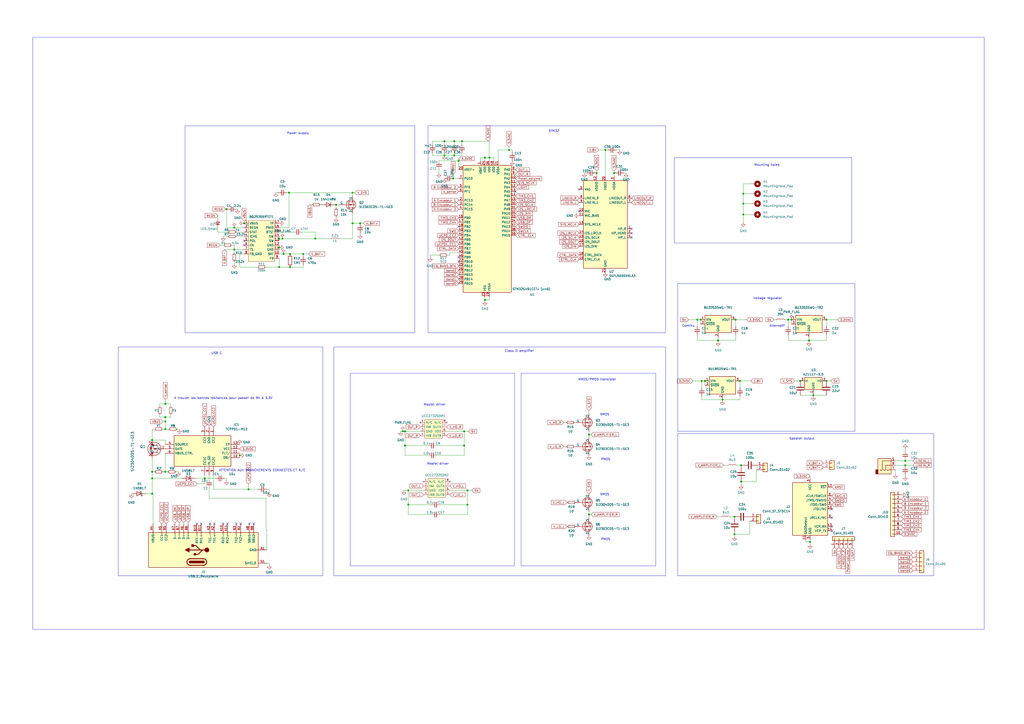
<source format=kicad_sch>
(kicad_sch (version 20230121) (generator eeschema)
  (paper "A2")
  (junction (at 257.81 81.915))
  (junction (at 263.525 81.915))
  (junction (at 281.305 173.99))
  (junction (at 469.265 197.485))
  (junction (at 161.925 143.51))
  (junction (at 95.885 241.935))
  (junction (at 283.845 91.44))
  (junction (at 406.4 185.42))
  (junction (at 416.56 197.485))
  (junction (at 431.165 124.46))
  (junction (at 471.805 229.235))
  (junction (at 257.81 90.17))
  (junction (at 161.925 154.94))
  (junction (at 479.425 220.98))
  (junction (at 164.465 147.32))
  (junction (at 479.425 185.42))
  (junction (at 271.145 284.48))
  (junction (at 236.855 292.735))
  (junction (at 95.885 234.315))
  (junction (at 118.745 277.495))
  (junction (at 431.165 112.395))
  (junction (at 407.035 220.98))
  (junction (at 88.265 273.685))
  (junction (at 88.265 255.27))
  (junction (at 269.24 250.19))
  (junction (at 262.89 103.505))
  (junction (at 269.24 258.445))
  (junction (at 469.9 314.325))
  (junction (at 429.26 220.98))
  (junction (at 408.94 220.98))
  (junction (at 168.275 154.94))
  (junction (at 167.64 111.76))
  (junction (at 135.89 144.78))
  (junction (at 144.145 283.845))
  (junction (at 271.145 292.735))
  (junction (at 459.105 185.42))
  (junction (at 141.605 129.54))
  (junction (at 161.925 138.43))
  (junction (at 236.855 284.48))
  (junction (at 464.185 220.98))
  (junction (at 457.2 185.42))
  (junction (at 267.97 81.915))
  (junction (at 95.885 248.92))
  (junction (at 175.895 147.32))
  (junction (at 95.885 244.475))
  (junction (at 95.885 273.685))
  (junction (at 426.085 309.88))
  (junction (at 281.305 91.44))
  (junction (at 431.165 118.11))
  (junction (at 426.085 299.72))
  (junction (at 295.275 86.995))
  (junction (at 194.945 118.745))
  (junction (at 429.895 269.875))
  (junction (at 234.95 250.19))
  (junction (at 429.895 279.4))
  (junction (at 234.95 258.445))
  (junction (at 525.145 267.335))
  (junction (at 88.265 277.495))
  (junction (at 341.63 252.095))
  (junction (at 404.495 185.42))
  (junction (at 208.915 129.54))
  (junction (at 88.265 286.385))
  (junction (at 263.525 90.17))
  (junction (at 139.065 264.16))
  (junction (at 346.075 100.33))
  (junction (at 182.88 138.43))
  (junction (at 351.155 86.995))
  (junction (at 168.275 147.32))
  (junction (at 426.72 185.42))
  (junction (at 131.445 121.285))
  (junction (at 525.145 269.875))
  (junction (at 356.235 100.33))
  (junction (at 204.47 129.54))
  (junction (at 135.89 132.08))
  (junction (at 341.63 298.45))
  (junction (at 163.83 138.43))
  (junction (at 233.68 250.19))
  (junction (at 419.1 231.775))
  (junction (at 204.47 111.76))
  (junction (at 266.065 93.345))
  (no_connect (at 366.395 137.795))
  (no_connect (at 131.953 303.784))
  (no_connect (at 114.173 303.784))
  (no_connect (at 147.193 303.784))
  (no_connect (at 266.065 131.445))
  (no_connect (at 266.065 149.225))
  (no_connect (at 124.333 303.784))
  (no_connect (at 121.793 303.784))
  (no_connect (at 139.573 303.784))
  (no_connect (at 366.395 135.255))
  (no_connect (at 116.713 303.784))
  (no_connect (at 299.085 111.125))
  (no_connect (at 482.6 307.975))
  (no_connect (at 335.915 122.555))
  (no_connect (at 141.605 142.24))
  (no_connect (at 482.6 300.355))
  (no_connect (at 144.653 303.784))
  (no_connect (at 366.395 132.715))
  (no_connect (at 141.605 139.7))
  (no_connect (at 482.6 295.275))
  (no_connect (at 137.033 303.784))
  (no_connect (at 335.915 109.855))
  (no_connect (at 129.413 303.784))
  (no_connect (at 266.065 151.765))
  (no_connect (at 482.6 305.435))
  (wire (pts (xy 161.925 154.94) (xy 168.275 154.94)))
  (wire (pts (xy 341.63 296.545) (xy 341.63 298.45)))
  (wire (pts (xy 168.275 154.94) (xy 175.895 154.94)))
  (wire (pts (xy 130.175 277.495) (xy 131.445 277.495)))
  (wire (pts (xy 175.895 153.67) (xy 175.895 154.94)))
  (wire (pts (xy 134.62 142.24) (xy 135.89 142.24)))
  (wire (pts (xy 163.83 138.43) (xy 182.88 138.43)))
  (wire (pts (xy 92.71 240.665) (xy 92.71 241.935)))
  (wire (pts (xy 457.2 185.42) (xy 459.105 185.42)))
  (wire (pts (xy 236.855 292.735) (xy 236.855 298.45)))
  (wire (pts (xy 407.035 220.98) (xy 407.035 224.79)))
  (wire (pts (xy 260.985 146.685) (xy 260.985 147.955)))
  (wire (pts (xy 281.305 173.99) (xy 281.305 174.625)))
  (wire (pts (xy 249.555 147.955) (xy 254.635 147.955)))
  (wire (pts (xy 295.275 86.995) (xy 297.18 86.995)))
  (wire (pts (xy 154.305 154.94) (xy 161.925 154.94)))
  (wire (pts (xy 427.355 269.875) (xy 429.895 269.875)))
  (wire (pts (xy 254.635 93.345) (xy 266.065 93.345)))
  (wire (pts (xy 129.54 137.16) (xy 132.08 137.16)))
  (wire (pts (xy 121.285 288.925) (xy 154.305 288.925)))
  (wire (pts (xy 429.895 279.4) (xy 429.895 278.765)))
  (wire (pts (xy 469.265 197.485) (xy 479.425 197.485)))
  (wire (pts (xy 406.4 185.42) (xy 406.4 187.96)))
  (wire (pts (xy 106.553 303.022) (xy 106.553 303.784)))
  (wire (pts (xy 233.68 250.19) (xy 234.95 250.19)))
  (wire (pts (xy 194.945 125.73) (xy 194.945 126.365)))
  (wire (pts (xy 154.813 307.34) (xy 154.813 319.024)))
  (wire (pts (xy 118.745 275.59) (xy 118.745 277.495)))
  (wire (pts (xy 104.013 303.149) (xy 104.013 303.784)))
  (wire (pts (xy 426.72 194.31) (xy 426.72 197.485)))
  (wire (pts (xy 525.145 266.7) (xy 525.145 267.335)))
  (wire (pts (xy 259.08 250.19) (xy 269.24 250.19)))
  (wire (pts (xy 281.305 93.345) (xy 281.305 91.44)))
  (wire (pts (xy 204.47 129.54) (xy 208.915 129.54)))
  (wire (pts (xy 407.035 231.775) (xy 419.1 231.775)))
  (wire (pts (xy 267.97 88.9) (xy 267.97 90.17)))
  (wire (pts (xy 232.41 250.19) (xy 233.68 250.19)))
  (wire (pts (xy 130.81 121.285) (xy 131.445 121.285)))
  (wire (pts (xy 175.895 147.32) (xy 179.07 147.32)))
  (wire (pts (xy 99.06 240.665) (xy 99.06 241.935)))
  (wire (pts (xy 401.955 220.98) (xy 407.035 220.98)))
  (wire (pts (xy 89.535 273.685) (xy 88.265 273.685)))
  (wire (pts (xy 99.06 234.315) (xy 99.06 235.585)))
  (wire (pts (xy 255.27 292.735) (xy 271.145 292.735)))
  (wire (pts (xy 283.845 91.44) (xy 286.385 91.44)))
  (wire (pts (xy 94.615 248.92) (xy 95.885 248.92)))
  (wire (pts (xy 132.08 121.285) (xy 131.445 121.285)))
  (wire (pts (xy 286.385 91.44) (xy 286.385 93.345)))
  (wire (pts (xy 95.885 257.81) (xy 95.885 255.27)))
  (wire (pts (xy 416.56 197.485) (xy 416.56 198.12)))
  (wire (pts (xy 114.3 280.67) (xy 118.745 280.67)))
  (wire (pts (xy 164.465 147.32) (xy 168.275 147.32)))
  (wire (pts (xy 257.81 81.915) (xy 263.525 81.915)))
  (wire (pts (xy 457.2 197.485) (xy 469.265 197.485)))
  (wire (pts (xy 259.715 147.955) (xy 260.985 147.955)))
  (wire (pts (xy 88.265 248.92) (xy 89.535 248.92)))
  (wire (pts (xy 194.945 118.745) (xy 194.945 120.65)))
  (wire (pts (xy 455.295 185.42) (xy 457.2 185.42)))
  (wire (pts (xy 525.145 269.875) (xy 519.43 269.875)))
  (wire (pts (xy 126.365 132.08) (xy 126.365 134.62)))
  (wire (pts (xy 431.165 118.11) (xy 435.61 118.11)))
  (wire (pts (xy 267.97 90.17) (xy 263.525 90.17)))
  (wire (pts (xy 95.885 262.89) (xy 95.885 273.685)))
  (wire (pts (xy 88.265 265.43) (xy 88.265 273.685)))
  (wire (pts (xy 464.185 220.98) (xy 464.185 221.615)))
  (wire (pts (xy 519.43 267.335) (xy 525.145 267.335)))
  (wire (pts (xy 479.425 185.42) (xy 479.425 189.23)))
  (wire (pts (xy 431.165 124.46) (xy 431.165 128.905)))
  (wire (pts (xy 168.275 147.32) (xy 175.895 147.32)))
  (wire (pts (xy 250.825 88.9) (xy 250.825 90.17)))
  (wire (pts (xy 95.885 234.315) (xy 99.06 234.315)))
  (wire (pts (xy 262.89 100.965) (xy 262.89 103.505)))
  (wire (pts (xy 479.425 220.98) (xy 481.965 220.98)))
  (wire (pts (xy 479.425 194.31) (xy 479.425 197.485)))
  (wire (pts (xy 102.87 248.92) (xy 104.14 248.92)))
  (wire (pts (xy 471.805 228.6) (xy 471.805 229.235)))
  (wire (pts (xy 161.925 142.24) (xy 161.925 143.51)))
  (wire (pts (xy 404.495 185.42) (xy 404.495 189.23)))
  (wire (pts (xy 404.495 185.42) (xy 406.4 185.42)))
  (wire (pts (xy 281.305 173.99) (xy 283.845 173.99)))
  (wire (pts (xy 234.95 250.19) (xy 234.95 258.445)))
  (wire (pts (xy 194.945 118.745) (xy 196.85 118.745)))
  (wire (pts (xy 283.845 91.44) (xy 283.845 93.345)))
  (wire (pts (xy 88.265 273.685) (xy 88.265 277.495)))
  (wire (pts (xy 255.27 298.45) (xy 271.145 298.45)))
  (wire (pts (xy 76.2 286.385) (xy 76.835 286.385)))
  (wire (pts (xy 429.26 220.98) (xy 435.61 220.98)))
  (wire (pts (xy 204.47 111.76) (xy 204.47 113.665)))
  (wire (pts (xy 459.105 185.42) (xy 459.105 187.96)))
  (wire (pts (xy 88.265 286.385) (xy 84.455 286.385)))
  (wire (pts (xy 95.885 255.27) (xy 88.265 255.27)))
  (wire (pts (xy 161.925 154.94) (xy 161.925 149.86)))
  (wire (pts (xy 249.555 147.955) (xy 249.555 149.225)))
  (wire (pts (xy 204.47 123.825) (xy 204.47 129.54)))
  (wire (pts (xy 266.065 92.075) (xy 266.065 93.345)))
  (wire (pts (xy 419.1 231.14) (xy 419.1 231.775)))
  (wire (pts (xy 166.37 111.76) (xy 167.64 111.76)))
  (wire (pts (xy 341.63 298.45) (xy 341.63 300.355)))
  (wire (pts (xy 186.055 118.745) (xy 186.69 118.745)))
  (wire (pts (xy 154.305 288.925) (xy 154.305 307.34)))
  (wire (pts (xy 126.365 125.095) (xy 126.365 127)))
  (wire (pts (xy 281.305 172.085) (xy 281.305 173.99)))
  (wire (pts (xy 429.895 269.875) (xy 429.895 271.145)))
  (wire (pts (xy 288.925 86.995) (xy 288.925 93.345)))
  (wire (pts (xy 123.825 283.845) (xy 144.145 283.845)))
  (wire (pts (xy 234.95 264.16) (xy 248.285 264.16)))
  (wire (pts (xy 283.845 81.915) (xy 283.845 91.44)))
  (wire (pts (xy 426.72 185.42) (xy 433.07 185.42)))
  (wire (pts (xy 419.1 232.41) (xy 419.1 231.775)))
  (wire (pts (xy 341.63 238.125) (xy 341.63 240.03)))
  (wire (pts (xy 102.235 273.685) (xy 103.505 273.685)))
  (wire (pts (xy 346.075 100.33) (xy 346.075 102.235)))
  (wire (pts (xy 154.94 283.845) (xy 156.21 283.845)))
  (wire (pts (xy 429.895 279.4) (xy 429.895 281.305)))
  (wire (pts (xy 92.71 234.315) (xy 95.885 234.315)))
  (wire (pts (xy 469.265 197.485) (xy 469.265 198.12)))
  (wire (pts (xy 416.56 195.58) (xy 416.56 197.485)))
  (wire (pts (xy 479.425 220.98) (xy 479.425 221.615)))
  (wire (pts (xy 404.495 197.485) (xy 416.56 197.485)))
  (wire (pts (xy 461.01 220.98) (xy 464.185 220.98)))
  (wire (pts (xy 419.735 269.875) (xy 422.275 269.875)))
  (wire (pts (xy 234.315 284.48) (xy 236.855 284.48)))
  (wire (pts (xy 269.24 250.19) (xy 269.24 258.445)))
  (wire (pts (xy 267.97 81.915) (xy 283.845 81.915)))
  (wire (pts (xy 271.145 284.48) (xy 273.685 284.48)))
  (wire (pts (xy 416.56 197.485) (xy 426.72 197.485)))
  (wire (pts (xy 135.89 144.78) (xy 135.89 142.24)))
  (wire (pts (xy 88.773 303.784) (xy 88.773 286.385)))
  (wire (pts (xy 95.885 273.685) (xy 97.155 273.685)))
  (wire (pts (xy 339.09 100.33) (xy 340.36 100.33)))
  (wire (pts (xy 419.1 231.775) (xy 429.26 231.775)))
  (wire (pts (xy 135.89 144.78) (xy 135.89 146.685)))
  (wire (pts (xy 429.26 220.98) (xy 429.26 224.79)))
  (wire (pts (xy 161.925 138.43) (xy 163.83 138.43)))
  (wire (pts (xy 131.445 132.08) (xy 135.89 132.08)))
  (wire (pts (xy 297.18 86.995) (xy 297.18 88.265)))
  (wire (pts (xy 135.89 151.765) (xy 135.89 153.035)))
  (wire (pts (xy 121.285 275.59) (xy 121.285 278.13)))
  (wire (pts (xy 263.525 81.915) (xy 267.97 81.915)))
  (wire (pts (xy 125.095 277.495) (xy 118.745 277.495)))
  (wire (pts (xy 288.925 86.995) (xy 295.275 86.995)))
  (wire (pts (xy 345.44 100.33) (xy 346.075 100.33)))
  (wire (pts (xy 356.87 100.33) (xy 356.235 100.33)))
  (wire (pts (xy 92.71 241.935) (xy 95.885 241.935)))
  (wire (pts (xy 341.63 298.45) (xy 342.9 298.45)))
  (wire (pts (xy 271.145 292.735) (xy 271.145 298.45)))
  (wire (pts (xy 154.813 326.644) (xy 156.21 326.644)))
  (wire (pts (xy 347.345 86.995) (xy 351.155 86.995)))
  (wire (pts (xy 327.025 245.11) (xy 328.295 245.11)))
  (wire (pts (xy 156.21 327.66) (xy 156.21 326.644)))
  (wire (pts (xy 426.72 185.42) (xy 426.72 189.23)))
  (wire (pts (xy 423.545 299.72) (xy 426.085 299.72)))
  (wire (pts (xy 182.88 138.43) (xy 191.77 138.43)))
  (wire (pts (xy 415.925 299.72) (xy 418.465 299.72)))
  (wire (pts (xy 407.035 220.98) (xy 408.94 220.98)))
  (wire (pts (xy 262.89 103.505) (xy 266.065 103.505)))
  (wire (pts (xy 253.365 264.16) (xy 269.24 264.16)))
  (wire (pts (xy 295.275 85.09) (xy 295.275 86.995)))
  (wire (pts (xy 130.175 144.78) (xy 135.89 144.78)))
  (wire (pts (xy 327.025 259.08) (xy 328.295 259.08)))
  (wire (pts (xy 363.22 100.33) (xy 361.95 100.33)))
  (wire (pts (xy 333.375 245.11) (xy 334.01 245.11)))
  (wire (pts (xy 95.885 248.92) (xy 97.79 248.92)))
  (wire (pts (xy 278.765 91.44) (xy 278.765 93.345)))
  (wire (pts (xy 426.085 309.88) (xy 434.975 309.88)))
  (wire (pts (xy 92.71 234.315) (xy 92.71 235.585)))
  (wire (pts (xy 263.525 90.17) (xy 257.81 90.17)))
  (wire (pts (xy 356.235 99.06) (xy 356.235 100.33)))
  (wire (pts (xy 341.63 250.19) (xy 341.63 252.095)))
  (wire (pts (xy 250.825 83.82) (xy 250.825 81.915)))
  (wire (pts (xy 467.36 314.325) (xy 469.9 314.325)))
  (wire (pts (xy 167.64 111.76) (xy 204.47 111.76)))
  (wire (pts (xy 135.89 144.78) (xy 141.605 144.78)))
  (wire (pts (xy 426.085 299.72) (xy 426.085 300.99)))
  (wire (pts (xy 208.915 135.255) (xy 208.915 135.89)))
  (wire (pts (xy 469.9 315.595) (xy 469.9 314.325)))
  (wire (pts (xy 408.94 223.52) (xy 408.94 220.98)))
  (wire (pts (xy 257.81 81.915) (xy 257.81 83.82)))
  (wire (pts (xy 448.945 185.42) (xy 450.215 185.42)))
  (wire (pts (xy 471.805 229.235) (xy 471.805 229.87)))
  (wire (pts (xy 426.085 299.72) (xy 426.72 299.72)))
  (wire (pts (xy 469.9 314.325) (xy 469.9 313.055)))
  (wire (pts (xy 467.36 313.055) (xy 467.36 314.325)))
  (wire (pts (xy 434.975 309.88) (xy 434.975 302.26)))
  (wire (pts (xy 431.165 106.68) (xy 435.61 106.68)))
  (wire (pts (xy 266.065 93.345) (xy 266.065 98.425)))
  (wire (pts (xy 161.925 138.43) (xy 161.925 139.7)))
  (wire (pts (xy 137.16 137.16) (xy 141.605 137.16)))
  (wire (pts (xy 234.95 258.445) (xy 234.95 264.16)))
  (wire (pts (xy 236.855 284.48) (xy 245.745 284.48)))
  (wire (pts (xy 194.31 118.745) (xy 194.945 118.745)))
  (wire (pts (xy 431.165 112.395) (xy 435.61 112.395)))
  (wire (pts (xy 123.825 275.59) (xy 123.825 283.845)))
  (wire (pts (xy 281.305 91.44) (xy 283.845 91.44)))
  (wire (pts (xy 131.445 277.495) (xy 131.445 278.765)))
  (wire (pts (xy 529.59 267.335) (xy 525.145 267.335)))
  (wire (pts (xy 429.26 229.87) (xy 429.26 231.775)))
  (wire (pts (xy 236.855 292.735) (xy 250.19 292.735)))
  (wire (pts (xy 196.85 138.43) (xy 204.47 138.43)))
  (wire (pts (xy 139.065 264.16) (xy 139.065 262.89)))
  (wire (pts (xy 88.265 286.385) (xy 88.773 286.385)))
  (wire (pts (xy 139.065 154.94) (xy 149.225 154.94)))
  (wire (pts (xy 94.615 244.475) (xy 95.885 244.475)))
  (wire (pts (xy 254.635 98.425) (xy 254.635 100.33)))
  (wire (pts (xy 333.375 259.08) (xy 334.01 259.08)))
  (wire (pts (xy 156.21 283.845) (xy 156.21 285.75)))
  (wire (pts (xy 132.08 134.62) (xy 126.365 134.62)))
  (wire (pts (xy 529.59 269.875) (xy 525.145 269.875)))
  (wire (pts (xy 208.915 129.54) (xy 208.915 130.175)))
  (wire (pts (xy 352.425 86.995) (xy 351.155 86.995)))
  (wire (pts (xy 135.89 132.08) (xy 141.605 132.08)))
  (wire (pts (xy 429.895 269.875) (xy 431.165 269.875)))
  (wire (pts (xy 431.165 118.11) (xy 431.165 124.46)))
  (wire (pts (xy 144.145 283.845) (xy 144.145 280.67)))
  (wire (pts (xy 139.065 264.16) (xy 139.065 265.43)))
  (wire (pts (xy 204.47 129.54) (xy 204.47 138.43)))
  (wire (pts (xy 431.165 124.46) (xy 435.61 124.46)))
  (wire (pts (xy 341.63 252.095) (xy 342.9 252.095)))
  (wire (pts (xy 525.145 276.225) (xy 525.145 275.59)))
  (wire (pts (xy 88.265 277.495) (xy 105.41 277.495)))
  (wire (pts (xy 234.95 250.19) (xy 243.84 250.19)))
  (wire (pts (xy 260.985 284.48) (xy 271.145 284.48)))
  (wire (pts (xy 175.26 134.62) (xy 182.88 134.62)))
  (wire (pts (xy 469.265 195.58) (xy 469.265 197.485)))
  (wire (pts (xy 263.525 81.915) (xy 263.525 83.82)))
  (wire (pts (xy 431.165 112.395) (xy 431.165 118.11)))
  (wire (pts (xy 175.895 147.32) (xy 175.895 148.59)))
  (wire (pts (xy 179.705 118.745) (xy 180.975 118.745)))
  (wire (pts (xy 278.765 91.44) (xy 281.305 91.44)))
  (wire (pts (xy 149.86 283.845) (xy 144.145 283.845)))
  (wire (pts (xy 139.065 147.32) (xy 139.065 154.94)))
  (wire (pts (xy 160.02 111.76) (xy 161.29 111.76)))
  (wire (pts (xy 88.265 248.92) (xy 88.265 255.27)))
  (wire (pts (xy 404.495 194.31) (xy 404.495 197.485)))
  (wire (pts (xy 464.185 229.235) (xy 471.805 229.235)))
  (wire (pts (xy 154.813 307.34) (xy 154.305 307.34)))
  (wire (pts (xy 182.88 134.62) (xy 182.88 138.43)))
  (wire (pts (xy 257.81 90.17) (xy 257.81 88.9)))
  (wire (pts (xy 457.2 185.42) (xy 457.2 189.23)))
  (wire (pts (xy 266.065 146.685) (xy 260.985 146.685)))
  (wire (pts (xy 118.745 280.67) (xy 118.745 277.495)))
  (wire (pts (xy 95.885 234.315) (xy 95.885 231.775)))
  (wire (pts (xy 141.605 128.27) (xy 141.605 129.54)))
  (wire (pts (xy 161.925 143.51) (xy 161.925 144.78)))
  (wire (pts (xy 121.285 283.21) (xy 121.285 288.925)))
  (wire (pts (xy 271.145 284.48) (xy 271.145 292.735)))
  (wire (pts (xy 94.615 273.685) (xy 95.885 273.685)))
  (wire (pts (xy 137.795 121.285) (xy 137.16 121.285)))
  (wire (pts (xy 519.43 274.955) (xy 519.43 272.415)))
  (wire (pts (xy 208.915 129.54) (xy 210.82 129.54)))
  (wire (pts (xy 250.825 81.915) (xy 257.81 81.915)))
  (wire (pts (xy 269.24 258.445) (xy 269.24 264.16)))
  (wire (pts (xy 161.925 147.32) (xy 164.465 147.32)))
  (wire (pts (xy 263.525 88.9) (xy 263.525 90.17)))
  (wire (pts (xy 525.145 260.35) (xy 525.145 261.62)))
  (wire (pts (xy 426.085 309.88) (xy 426.085 311.15)))
  (wire (pts (xy 127.635 142.24) (xy 129.54 142.24)))
  (wire (pts (xy 351.155 86.995) (xy 351.155 102.235)))
  (wire (pts (xy 139.065 147.32) (xy 141.605 147.32)))
  (wire (pts (xy 426.085 309.88) (xy 426.085 308.61)))
  (wire (pts (xy 525.145 270.51) (xy 525.145 269.875)))
  (wire (pts (xy 407.035 229.87) (xy 407.035 231.775)))
  (wire (pts (xy 95.885 241.935) (xy 99.06 241.935)))
  (wire (pts (xy 469.9 276.225) (xy 469.9 277.495)))
  (wire (pts (xy 479.425 185.42) (xy 485.775 185.42)))
  (wire (pts (xy 457.2 194.31) (xy 457.2 197.485)))
  (wire (pts (xy 253.365 258.445) (xy 269.24 258.445)))
  (wire (pts (xy 236.855 298.45) (xy 250.19 298.45)))
  (wire (pts (xy 161.925 134.62) (xy 170.18 134.62)))
  (wire (pts (xy 434.34 299.72) (xy 434.975 299.72)))
  (wire (pts (xy 95.885 244.475) (xy 95.885 248.92)))
  (wire (pts (xy 204.47 111.76) (xy 205.74 111.76)))
  (wire (pts (xy 283.845 172.085) (xy 283.845 173.99)))
  (wire (pts (xy 267.97 81.915) (xy 267.97 83.82)))
  (wire (pts (xy 161.925 132.08) (xy 167.64 132.08)))
  (wire (pts (xy 234.95 258.445) (xy 248.285 258.445)))
  (wire (pts (xy 161.925 137.16) (xy 161.925 138.43)))
  (wire (pts (xy 113.03 277.495) (xy 118.745 277.495)))
  (wire (pts (xy 167.64 111.76) (xy 167.64 132.08)))
  (wire (pts (xy 250.825 90.17) (xy 257.81 90.17)))
  (wire (pts (xy 95.885 241.935) (xy 95.885 244.475)))
  (wire (pts (xy 356.235 100.33) (xy 356.235 102.235)))
  (wire (pts (xy 88.265 277.495) (xy 88.265 286.385)))
  (wire (pts (xy 236.855 284.48) (xy 236.855 292.735)))
  (wire (pts (xy 341.63 252.095) (xy 341.63 254)))
  (wire (pts (xy 471.805 229.235) (xy 479.425 229.235)))
  (wire (pts (xy 359.41 86.995) (xy 357.505 86.995)))
  (wire (pts (xy 346.075 99.06) (xy 346.075 100.33)))
  (wire (pts (xy 399.415 185.42) (xy 404.495 185.42)))
  (wire (pts (xy 431.165 106.68) (xy 431.165 112.395)))
  (wire (pts (xy 109.093 303.022) (xy 109.093 303.784)))
  (wire (pts (xy 269.24 250.19) (xy 271.78 250.19)))
  (wire (pts (xy 131.445 121.285) (xy 131.445 132.08)))
  (wire (pts (xy 438.785 279.4) (xy 438.785 272.415)))
  (wire (pts (xy 101.473 303.276) (xy 101.473 303.784)))
  (wire (pts (xy 429.895 279.4) (xy 438.785 279.4)))
  (wire (pts (xy 137.16 134.62) (xy 141.605 134.62)))
  (rectangle (start 19.05 21.59) (end 570.865 365.125))
  (rectangle (start 302.26 216.535) (end 380.365 328.295))
  (rectangle (start 68.58 201.295) (end 187.325 334.01))
  (rectangle (start 107.315 73.025) (end 240.665 193.04))
  (rectangle (start 393.065 251.46) (end 541.655 334.01))
  (rectangle (start 203.2 216.535) (end 298.45 328.295))
  (rectangle (start 391.16 91.44) (end 494.03 140.97))
  (rectangle (start 248.285 73.025) (end 386.08 193.04))
  (rectangle (start 393.065 164.465) (end 495.935 250.19))
  (rectangle (start 193.675 201.295) (end 386.08 334.01))
  (text "Speaker output\n" (at 457.835 255.27 0) (effects (font (size 1.27 1.27)) (justify left bottom)))
  (text "A trouver les bonnes résitances pour passer de 9V à 3.3V" (at 100.965 231.775 0) (effects (font (size 1.27 1.27)) (justify left bottom)))
  (text "PMOS" (at 348.615 313.69 0) (effects (font (size 1.27 1.27)) (justify left bottom)))
  (text "NMOS\n" (at 347.98 241.3 0) (effects (font (size 1.27 1.27)) (justify left bottom)))
  (text "ATTENTION AUX BRANCHEMENTS CONNECTES ET N/C\n" (at 127 273.685 0) (effects (font (size 1.27 1.27)) (justify left bottom)))
  (text "NMOS/PMOS transistor\n" (at 335.28 220.98 0) (effects (font (size 1.27 1.27)) (justify left bottom)))
  (text "Continu\n" (at 395.605 189.865 0) (effects (font (size 1.27 1.27)) (justify left bottom)))
  (text "Mounting holes" (at 437.515 96.52 0) (effects (font (size 1.27 1.27)) (justify left bottom)))
  (text "Voltage regulator\n\n" (at 436.88 175.895 0) (effects (font (size 1.27 1.27)) (justify left bottom)))
  (text "USB C\n" (at 122.555 205.74 0) (effects (font (size 1.27 1.27)) (justify left bottom)))
  (text "Alternatif\n" (at 446.405 189.865 0) (effects (font (size 1.27 1.27)) (justify left bottom)))
  (text "Mosfet driver\n" (at 245.745 235.585 0) (effects (font (size 1.27 1.27)) (justify left bottom)))
  (text "PMOS" (at 348.615 267.335 0) (effects (font (size 1.27 1.27)) (justify left bottom)))
  (text "NMOS\n" (at 347.98 287.655 0) (effects (font (size 1.27 1.27)) (justify left bottom)))
  (text "STM32\n" (at 318.135 76.835 0) (effects (font (size 1.27 1.27)) (justify left bottom)))
  (text "Mosfet driver\n" (at 247.65 269.875 0) (effects (font (size 1.27 1.27)) (justify left bottom)))
  (text "Class D amplifier\n" (at 292.735 204.47 0) (effects (font (size 1.27 1.27)) (justify left bottom)))
  (text "Power supply\n" (at 166.37 78.105 0) (effects (font (size 1.27 1.27)) (justify left bottom)))
  (global_label "I2S_DIN" (shape input) (at 335.915 142.875 180) (property "Intersheetrefs" "${INTERSHEET_REFS}" (effects hide)))
  (global_label "UCPD_CC2" (shape input) (at 266.065 136.525 180) (property "Intersheetrefs" "${INTERSHEET_REFS}" (effects hide)))
  (global_label "LINEIN_R" (shape input) (at 335.915 114.935 180) (property "Intersheetrefs" "${INTERSHEET_REFS}" (effects hide)))
  (global_label "TIM3_CH4" (shape input) (at 266.065 128.905 180) (property "Intersheetrefs" "${INTERSHEET_REFS}" (effects hide)))
  (global_label "LINEOUT_L" (shape input) (at 486.664 317.5 270) (property "Intersheetrefs" "${INTERSHEET_REFS}" (effects hide)))
  (global_label "V_SYS" (shape input) (at 341.63 286.385 90) (property "Intersheetrefs" "${INTERSHEET_REFS}" (effects hide)))
  (global_label "USB_DM" (shape input) (at 101.473 303.276 90) (property "Intersheetrefs" "${INTERSHEET_REFS}" (effects hide)))
  (global_label "5V" (shape input) (at 271.78 250.19 0) (property "Intersheetrefs" "${INTERSHEET_REFS}" (effects hide)))
  (global_label "V_BAT+" (shape input) (at 179.07 147.32 0) (property "Intersheetrefs" "${INTERSHEET_REFS}" (effects hide)))
  (global_label "LINEIN_L" (shape input) (at 335.915 117.475 180) (property "Intersheetrefs" "${INTERSHEET_REFS}" (effects hide)))
  (global_label "LINEOUT_L" (shape input) (at 366.395 117.475 0) (property "Intersheetrefs" "${INTERSHEET_REFS}" (effects hide)))
  (global_label "TIM3_CH2" (shape input) (at 522.859 302.26 0) (property "Intersheetrefs" "${INTERSHEET_REFS}" (effects hide)))
  (global_label "NRST" (shape input) (at 482.6 282.575 0) (property "Intersheetrefs" "${INTERSHEET_REFS}" (effects hide)))
  (global_label "V_sense" (shape input) (at 266.065 111.125 180) (property "Intersheetrefs" "${INTERSHEET_REFS}" (effects hide)))
  (global_label "REGN" (shape input) (at 126.365 125.095 180) (property "Intersheetrefs" "${INTERSHEET_REFS}" (effects hide)))
  (global_label "I2S_LRCLK" (shape input) (at 299.085 121.285 0) (property "Intersheetrefs" "${INTERSHEET_REFS}" (effects hide)))
  (global_label "VBUS" (shape input) (at 141.605 128.27 90) (property "Intersheetrefs" "${INTERSHEET_REFS}" (effects hide)))
  (global_label "V_AMPLIFIER_L" (shape input) (at 342.9 252.095 0) (property "Intersheetrefs" "${INTERSHEET_REFS}" (effects hide)))
  (global_label "band1" (shape input) (at 266.065 161.925 180) (property "Intersheetrefs" "${INTERSHEET_REFS}" (effects hide)))
  (global_label "3.3VDC" (shape input) (at 139.065 260.35 0) (property "Intersheetrefs" "${INTERSHEET_REFS}" (effects hide)))
  (global_label "TIM3_CH4" (shape input) (at 522.859 307.34 0) (property "Intersheetrefs" "${INTERSHEET_REFS}" (effects hide)))
  (global_label "A Encodeur 1" (shape input) (at 266.065 116.205 180) (property "Intersheetrefs" "${INTERSHEET_REFS}" (effects hide)))
  (global_label "3.3VDC" (shape input) (at 433.07 185.42 0) (property "Intersheetrefs" "${INTERSHEET_REFS}" (effects hide)))
  (global_label "UCPD1_CC1" (shape input) (at 266.065 141.605 180) (property "Intersheetrefs" "${INTERSHEET_REFS}" (effects hide)))
  (global_label "3.3VDC" (shape input) (at 346.075 99.06 90) (property "Intersheetrefs" "${INTERSHEET_REFS}" (effects hide)))
  (global_label "band2" (shape input) (at 266.065 159.385 180) (property "Intersheetrefs" "${INTERSHEET_REFS}" (effects hide)))
  (global_label "VBUS" (shape input) (at 94.615 244.475 180) (property "Intersheetrefs" "${INTERSHEET_REFS}" (effects hide)))
  (global_label "3.3VAC" (shape input) (at 356.235 99.06 90) (property "Intersheetrefs" "${INTERSHEET_REFS}" (effects hide)))
  (global_label "V_LO_R" (shape input) (at 327.025 259.08 180) (property "Intersheetrefs" "${INTERSHEET_REFS}" (effects hide)))
  (global_label "V_HO_R" (shape input) (at 327.025 245.11 180) (property "Intersheetrefs" "${INTERSHEET_REFS}" (effects hide)))
  (global_label "SYS_MCLK" (shape input) (at 335.915 130.175 180) (property "Intersheetrefs" "${INTERSHEET_REFS}" (effects hide)))
  (global_label "UCPD_CC2" (shape input) (at 144.145 280.67 90) (property "Intersheetrefs" "${INTERSHEET_REFS}" (effects hide)))
  (global_label "V_AMPLIFIER_L" (shape input) (at 419.735 269.875 180) (property "Intersheetrefs" "${INTERSHEET_REFS}" (effects hide)))
  (global_label "1.8V" (shape input) (at 435.61 220.98 0) (property "Intersheetrefs" "${INTERSHEET_REFS}" (effects hide)))
  (global_label "V_AMPLIFIER_R" (shape input) (at 415.925 299.72 180) (property "Intersheetrefs" "${INTERSHEET_REFS}" (effects hide)))
  (global_label "TIM3_CH3" (shape input) (at 266.065 126.365 180) (property "Intersheetrefs" "${INTERSHEET_REFS}" (effects hide)))
  (global_label "LINEOUT_R" (shape input) (at 366.395 114.935 0) (property "Intersheetrefs" "${INTERSHEET_REFS}" (effects hide)))
  (global_label "I2S_SCLK" (shape input) (at 335.915 137.795 180) (property "Intersheetrefs" "${INTERSHEET_REFS}" (effects hide)))
  (global_label "REGN" (shape input) (at 127.635 142.24 180) (property "Intersheetrefs" "${INTERSHEET_REFS}" (effects hide)))
  (global_label "SWDIO" (shape input) (at 482.6 290.195 0) (property "Intersheetrefs" "${INTERSHEET_REFS}" (effects hide)))
  (global_label "CTRL_DATA" (shape input) (at 266.065 144.145 180) (property "Intersheetrefs" "${INTERSHEET_REFS}" (effects hide)))
  (global_label "V_BAT+" (shape input) (at 477.52 268.605 180) (property "Intersheetrefs" "${INTERSHEET_REFS}" (effects hide)))
  (global_label "5V" (shape input) (at 448.945 185.42 180) (property "Intersheetrefs" "${INTERSHEET_REFS}" (effects hide)))
  (global_label "TIM3_CH3" (shape input) (at 522.859 304.8 0) (property "Intersheetrefs" "${INTERSHEET_REFS}" (effects hide)))
  (global_label "V_LO_L" (shape input) (at 328.93 305.435 180) (property "Intersheetrefs" "${INTERSHEET_REFS}" (effects hide)))
  (global_label "V_sense" (shape input) (at 95.885 231.775 90) (property "Intersheetrefs" "${INTERSHEET_REFS}" (effects hide)))
  (global_label "LINEIN_L" (shape input) (at 529.59 267.335 0) (property "Intersheetrefs" "${INTERSHEET_REFS}" (effects hide)))
  (global_label "A Encodeur 2" (shape input) (at 522.859 297.18 0) (property "Intersheetrefs" "${INTERSHEET_REFS}" (effects hide)))
  (global_label "band2" (shape input) (at 529.59 325.882 180) (property "Intersheetrefs" "${INTERSHEET_REFS}" (effects hide)))
  (global_label "band1" (shape input) (at 529.59 328.422 180) (property "Intersheetrefs" "${INTERSHEET_REFS}" (effects hide)))
  (global_label "3.3VDC" (shape input) (at 266.065 92.075 0) (property "Intersheetrefs" "${INTERSHEET_REFS}" (effects hide)))
  (global_label "V_AMPLIFIER_R" (shape input) (at 342.9 298.45 0) (property "Intersheetrefs" "${INTERSHEET_REFS}" (effects hide)))
  (global_label "V_LO_R" (shape input) (at 259.08 252.73 0) (property "Intersheetrefs" "${INTERSHEET_REFS}" (effects hide)))
  (global_label "V_BAT+" (shape input) (at 210.82 129.54 0) (property "Intersheetrefs" "${INTERSHEET_REFS}" (effects hide)))
  (global_label "USB_DM" (shape input) (at 104.013 303.149 90) (property "Intersheetrefs" "${INTERSHEET_REFS}" (effects hide)))
  (global_label "5V" (shape input) (at 273.685 284.48 0) (property "Intersheetrefs" "${INTERSHEET_REFS}" (effects hide)))
  (global_label "3.3VAC" (shape input) (at 485.775 185.42 0) (property "Intersheetrefs" "${INTERSHEET_REFS}" (effects hide)))
  (global_label "LIGHT" (shape input) (at 494.284 317.5 270) (property "Intersheetrefs" "${INTERSHEET_REFS}" (effects hide)))
  (global_label "OUT_L" (shape input) (at 299.085 98.425 0) (property "Intersheetrefs" "${INTERSHEET_REFS}" (effects hide)))
  (global_label "A Encodeur 1" (shape input) (at 522.859 289.56 0) (property "Intersheetrefs" "${INTERSHEET_REFS}" (effects hide)))
  (global_label "TIM3_CH1" (shape input) (at 522.859 299.72 0) (property "Intersheetrefs" "${INTERSHEET_REFS}" (effects hide)))
  (global_label "3.3VDC" (shape input) (at 283.21 81.915 90) (property "Intersheetrefs" "${INTERSHEET_REFS}" (effects hide)))
  (global_label "band0" (shape input) (at 266.065 164.465 180) (property "Intersheetrefs" "${INTERSHEET_REFS}" (effects hide)))
  (global_label "V_SYS" (shape input) (at 461.01 220.98 180) (property "Intersheetrefs" "${INTERSHEET_REFS}" (effects hide)))
  (global_label "B Encodeur 1" (shape input) (at 522.859 292.1 0) (property "Intersheetrefs" "${INTERSHEET_REFS}" (effects hide)))
  (global_label "REGN" (shape input) (at 130.81 121.285 180) (property "Intersheetrefs" "${INTERSHEET_REFS}" (effects hide)))
  (global_label "EQ_BAND_BTN" (shape input) (at 266.065 154.305 180) (property "Intersheetrefs" "${INTERSHEET_REFS}" (effects hide)))
  (global_label "band3" (shape input) (at 266.065 156.845 180) (property "Intersheetrefs" "${INTERSHEET_REFS}" (effects hide)))
  (global_label "V_BAT-" (shape input) (at 130.175 144.78 270) (property "Intersheetrefs" "${INTERSHEET_REFS}" (effects hide)))
  (global_label "SWO" (shape input) (at 482.6 292.735 0) (property "Intersheetrefs" "${INTERSHEET_REFS}" (effects hide)))
  (global_label "LIGHT" (shape input) (at 299.085 108.585 0) (property "Intersheetrefs" "${INTERSHEET_REFS}" (effects hide)))
  (global_label "USB_DP" (shape input) (at 299.085 128.905 0) (property "Intersheetrefs" "${INTERSHEET_REFS}" (effects hide)))
  (global_label "I2S_DOUT" (shape input) (at 266.065 139.065 180) (property "Intersheetrefs" "${INTERSHEET_REFS}" (effects hide)))
  (global_label "5V" (shape input) (at 481.965 220.98 0) (property "Intersheetrefs" "${INTERSHEET_REFS}" (effects hide)))
  (global_label "V_HO_L" (shape input) (at 328.93 291.465 180) (property "Intersheetrefs" "${INTERSHEET_REFS}" (effects hide)))
  (global_label "I2S_DIN" (shape input) (at 299.085 123.825 0) (property "Intersheetrefs" "${INTERSHEET_REFS}" (effects hide)))
  (global_label "VBUS" (shape input) (at 179.705 118.745 270) (property "Intersheetrefs" "${INTERSHEET_REFS}" (effects hide)))
  (global_label "UCPD_CC1" (shape input) (at 114.3 280.67 180) (property "Intersheetrefs" "${INTERSHEET_REFS}" (effects hide)))
  (global_label "CTRL_CLK" (shape input) (at 335.915 150.495 180) (property "Intersheetrefs" "${INTERSHEET_REFS}" (effects hide)))
  (global_label "CTRL_CLK" (shape input) (at 299.085 136.525 0) (property "Intersheetrefs" "${INTERSHEET_REFS}" (effects hide)))
  (global_label "3.3VDC" (shape input) (at 401.955 220.98 180) (property "Intersheetrefs" "${INTERSHEET_REFS}" (effects hide)))
  (global_label "NRST" (shape input) (at 262.89 100.965 90) (property "Intersheetrefs" "${INTERSHEET_REFS}" (effects hide)))
  (global_label "B Encodeur 2" (shape input) (at 266.065 108.585 180) (property "Intersheetrefs" "${INTERSHEET_REFS}" (effects hide)))
  (global_label "Potar_volume" (shape input) (at 299.085 103.505 0) (property "Intersheetrefs" "${INTERSHEET_REFS}" (effects hide)))
  (global_label "UCPD_CC2" (shape input) (at 96.393 303.784 90) (property "Intersheetrefs" "${INTERSHEET_REFS}" (effects hide)))
  (global_label "OUT_L" (shape input) (at 245.745 287.02 180) (property "Intersheetrefs" "${INTERSHEET_REFS}" (effects hide)))
  (global_label "CTRL_DATA" (shape input) (at 335.915 147.955 180) (property "Intersheetrefs" "${INTERSHEET_REFS}" (effects hide)))
  (global_label "TIM3_CH1" (shape input) (at 299.085 113.665 0) (property "Intersheetrefs" "${INTERSHEET_REFS}" (effects hide)))
  (global_label "band3" (shape input) (at 529.59 323.342 180) (property "Intersheetrefs" "${INTERSHEET_REFS}" (effects hide)))
  (global_label "LINEOUT_R" (shape input) (at 489.204 317.5 270) (property "Intersheetrefs" "${INTERSHEET_REFS}" (effects hide)))
  (global_label "USB_DP" (shape input) (at 109.093 303.022 90) (property "Intersheetrefs" "${INTERSHEET_REFS}" (effects hide)))
  (global_label "USB_DP" (shape input) (at 106.553 303.022 90) (property "Intersheetrefs" "${INTERSHEET_REFS}" (effects hide)))
  (global_label "OUT_L" (shape input) (at 245.745 281.94 180) (property "Intersheetrefs" "${INTERSHEET_REFS}" (effects hide)))
  (global_label "1.8V" (shape input) (at 347.345 86.995 180) (property "Intersheetrefs" "${INTERSHEET_REFS}" (effects hide)))
  (global_label "I2S_LRCLK" (shape input) (at 335.915 135.255 180) (property "Intersheetrefs" "${INTERSHEET_REFS}" (effects hide)))
  (global_label "5V" (shape input) (at 484.124 317.5 270) (property "Intersheetrefs" "${INTERSHEET_REFS}" (effects hide)))
  (global_label "SWCLK" (shape input) (at 299.085 133.985 0) (property "Intersheetrefs" "${INTERSHEET_REFS}" (effects hide)))
  (global_label "SWDIO" (shape input) (at 299.085 131.445 0) (property "Intersheetrefs" "${INTERSHEET_REFS}" (effects hide)))
  (global_label "B Encodeur 1" (shape input) (at 266.065 118.745 180) (property "Intersheetrefs" "${INTERSHEET_REFS}" (effects hide)))
  (global_label "LINEIN_R" (shape input) (at 529.59 269.875 0) (property "Intersheetrefs" "${INTERSHEET_REFS}" (effects hide)))
  (global_label "V_HO_L" (shape input) (at 260.985 281.94 0) (property "Intersheetrefs" "${INTERSHEET_REFS}" (effects hide)))
  (global_label "I2S_SCLK" (shape input) (at 299.085 118.745 0) (property "Intersheetrefs" "${INTERSHEET_REFS}" (effects hide)))
  (global_label "OUT_R" (shape input) (at 299.085 100.965 0) (property "Intersheetrefs" "${INTERSHEET_REFS}" (effects hide)))
  (global_label "V_SYS" (shape input) (at 341.63 238.125 90) (property "Intersheetrefs" "${INTERSHEET_REFS}" (effects hide)))
  (global_label "SWCLK" (shape input) (at 482.6 287.655 0) (property "Intersheetrefs" "${INTERSHEET_REFS}" (effects hide)))
  (global_label "USB_DM" (shape input) (at 299.085 126.365 0) (property "Intersheetrefs" "${INTERSHEET_REFS}" (effects hide)))
  (global_label "V_HO_R" (shape input) (at 259.08 247.65 0) (property "Intersheetrefs" "${INTERSHEET_REFS}" (effects hide)))
  (global_label "V_SYS" (shape input) (at 205.74 111.76 0) (property "Intersheetrefs" "${INTERSHEET_REFS}" (effects hide)))
  (global_label "5V" (shape input) (at 399.415 185.42 180) (property "Intersheetrefs" "${INTERSHEET_REFS}" (effects hide)))
  (global_label "Potar_volume" (shape input) (at 491.744 317.5 270) (property "Intersheetrefs" "${INTERSHEET_REFS}" (effects hide)))
  (global_label "3.3VAC" (shape input) (at 295.275 85.09 90) (property "Intersheetrefs" "${INTERSHEET_REFS}" (effects hide)))
  (global_label "UCPD_CC1" (shape input) (at 93.853 303.784 90) (property "Intersheetrefs" "${INTERSHEET_REFS}" (effects hide)))
  (global_label "3.3VDC" (shape input) (at 469.9 276.225 180) (property "Intersheetrefs" "${INTERSHEET_REFS}" (effects hide)))
  (global_label "SYS_MCLK" (shape input) (at 299.085 106.045 0) (property "Intersheetrefs" "${INTERSHEET_REFS}" (effects hide)))
  (global_label "UCPD1_CC1" (shape input) (at 118.745 247.65 90) (property "Intersheetrefs" "${INTERSHEET_REFS}" (effects hide)))
  (global_label "band0" (shape input) (at 529.59 330.962 180) (property "Intersheetrefs" "${INTERSHEET_REFS}" (effects hide)))
  (global_label "OUT_R" (shape input) (at 243.84 252.73 180) (property "Intersheetrefs" "${INTERSHEET_REFS}" (effects hide)))
  (global_label "A Encodeur 2" (shape input) (at 266.065 121.285 180) (property "Intersheetrefs" "${INTERSHEET_REFS}" (effects hide)))
  (global_label "V_LO_L" (shape input) (at 260.985 287.02 0) (property "Intersheetrefs" "${INTERSHEET_REFS}" (effects hide)))
  (global_label "V_BAT-" (shape input) (at 477.52 271.145 180) (property "Intersheetrefs" "${INTERSHEET_REFS}" (effects hide)))
  (global_label "UCPD_CC2" (shape input) (at 123.825 247.65 90) (property "Intersheetrefs" "${INTERSHEET_REFS}" (effects hide)))
  (global_label "3.3VDC" (shape input) (at 522.859 309.88 0) (property "Intersheetrefs" "${INTERSHEET_REFS}" (effects hide)))
  (global_label "EQ_BAND_BTN" (shape input) (at 529.59 320.802 180) (property "Intersheetrefs" "${INTERSHEET_REFS}" (effects hide)))
  (global_label "I2S_DOUT" (shape input) (at 335.915 140.335 180) (property "Intersheetrefs" "${INTERSHEET_REFS}" (effects hide)))
  (global_label "OUT_R" (shape input) (at 243.84 247.65 180) (property "Intersheetrefs" "${INTERSHEET_REFS}" (effects hide)))
  (global_label "B Encodeur 2" (shape input) (at 522.859 294.64 0) (property "Intersheetrefs" "${INTERSHEET_REFS}" (effects hide)))
  (global_label "TIM3_CH2" (shape input) (at 299.085 116.205 0) (property "Intersheetrefs" "${INTERSHEET_REFS}" (effects hide)))
  (global_label "SWO" (shape input) (at 266.065 133.985 180) (property "Intersheetrefs" "${INTERSHEET_REFS}" (effects hide)))
  (symbol (lib_id "power:GND") (at 519.43 274.955 0) (unit 1)
    (property "Reference" "#PWR019" (effects hide))
    (property "Value" "GND" (at 519.43 280.035 0))
  )
  (symbol (lib_name "UCC27325DR_1") (lib_id "UCC27325DR:UCC27325DR") (at 251.46 247.65 0) (unit 1)
    (property "Reference" "UCC27325DR1" (at 251.46 241.3 0))
    (property "Value" "~" (at 248.92 247.65 0))
    (property "Footprint" "Package_SO:SOIC-8_3.9x4.9mm_P1.27mm" (effects hide))
  )
  (symbol (lib_id "Device:R_Small") (at 331.47 291.465 90) (unit 1)
    (property "Reference" "R19" (at 331.47 294.005 90))
    (property "Value" "10" (at 331.47 296.545 90))
    (property "Footprint" "Resistor_SMD:R_0603_1608Metric_Pad0.98x0.95mm_HandSolder" (effects hide))
  )
  (symbol (lib_id "power:GND") (at 359.41 86.995 0) (unit 1)
    (property "Reference" "#PWR018" (effects hide))
    (property "Value" "GND" (at 363.22 88.9 0))
  )
  (symbol (lib_id "Simulation_SPICE:PMOS") (at 201.93 118.745 0) (mirror x) (unit 1)
    (property "Reference" "Q2" (at 208.28 117.475 0) (effects (justify left)))
    (property "Value" "SI2303CDS-T1-GE3" (at 208.28 120.015 0) (effects (justify left)))
    (property "Footprint" "Package_TO_SOT_SMD:SOT-23" (effects hide))
    (property "Datasheet" "https://ngspice.sourceforge.io/docs/ngspice-manual.pdf" (effects hide))
    (property "Sim.Device" "PMOS" (effects hide))
    (property "Sim.Type" "VDMOS" (effects hide))
    (property "Sim.Pins" "1=D 2=G 3=S" (effects hide))
  )
  (symbol (lib_id "power:GND") (at 249.555 149.225 0) (unit 1)
    (property "Reference" "#PWR041" (effects hide))
    (property "Value" "GND" (at 249.555 154.305 0))
  )
  (symbol (lib_id "Device:C_Small") (at 525.145 273.05 0) (unit 1)
    (property "Reference" "C33" (at 528.32 271.7863 0) (effects (justify left)))
    (property "Value" "10u" (at 528.32 274.3263 0) (effects (justify left)))
    (property "Footprint" "Capacitor_SMD:C_0805_2012Metric_Pad1.18x1.45mm_HandSolder" (effects hide))
  )
  (symbol (lib_id "Device:C_Small") (at 252.73 292.735 90) (unit 1)
    (property "Reference" "C16" (at 255.905 291.465 90))
    (property "Value" "0.1u" (at 249.555 291.465 90))
    (property "Footprint" "Capacitor_SMD:C_0805_2012Metric_Pad1.18x1.45mm_HandSolder" (effects hide))
  )
  (symbol (lib_id "Device:R_Small") (at 330.835 259.08 90) (unit 1)
    (property "Reference" "R16" (at 330.835 261.62 90))
    (property "Value" "10" (at 330.835 264.16 90))
    (property "Footprint" "Resistor_SMD:R_0603_1608Metric_Pad0.98x0.95mm_HandSolder" (effects hide))
  )
  (symbol (lib_id "Device:C_Small") (at 342.9 100.33 270) (unit 1)
    (property "Reference" "C29" (at 340.995 97.155 90) (effects (justify left)))
    (property "Value" "100n" (at 337.82 99.06 90) (effects (justify left)))
    (property "Footprint" "Capacitor_SMD:C_0805_2012Metric_Pad1.18x1.45mm_HandSolder" (effects hide))
  )
  (symbol (lib_id "power:GND") (at 419.1 232.41 0) (unit 1)
    (property "Reference" "#PWR023" (effects hide))
    (property "Value" "GND" (at 419.1 237.49 0))
  )
  (symbol (lib_id "power:GND") (at 335.915 125.095 270) (unit 1)
    (property "Reference" "#PWR035" (effects hide))
    (property "Value" "GND" (at 332.613 125.095 90) (effects (justify right)))
  )
  (symbol (lib_id "power:GND") (at 156.21 285.75 0) (unit 1)
    (property "Reference" "#PWR013" (effects hide))
    (property "Value" "GND" (at 160.02 287.655 0))
  )
  (symbol (lib_id "Device:R_Small") (at 135.89 149.225 0) (unit 1)
    (property "Reference" "R10" (at 136.525 146.685 0) (effects (justify left)))
    (property "Value" "23.2k" (at 136.525 151.765 0) (effects (justify left)))
    (property "Footprint" "Resistor_SMD:R_0603_1608Metric_Pad0.98x0.95mm_HandSolder" (effects hide))
  )
  (symbol (lib_id "Device:C_Small") (at 404.495 191.77 0) (unit 1)
    (property "Reference" "C14" (at 407.035 190.5063 0) (effects (justify left)))
    (property "Value" "1u" (at 407.035 193.0463 0) (effects (justify left)))
    (property "Footprint" "Capacitor_SMD:C_0805_2012Metric_Pad1.18x1.45mm_HandSolder" (effects hide))
  )
  (symbol (lib_id "power:GND") (at 76.2 286.385 0) (unit 1)
    (property "Reference" "#PWR01" (effects hide))
    (property "Value" "GND" (at 76.2 291.465 0))
  )
  (symbol (lib_id "power:PWR_FLAG") (at 141.605 129.54 90) (unit 1)
    (property "Reference" "#FLG01" (effects hide))
    (property "Value" "PWR_FLAG" (effects hide))
  )
  (symbol (lib_id "Simulation_SPICE:PMOS") (at 339.09 305.435 0) (mirror x) (unit 1)
    (property "Reference" "Q6" (at 345.44 304.165 0) (effects (justify left)))
    (property "Value" "SI2303CDS-T1-GE3" (at 345.44 306.705 0) (effects (justify left)))
    (property "Footprint" "Package_TO_SOT_SMD:SOT-23" (effects hide))
    (property "Datasheet" "https://ngspice.sourceforge.io/docs/ngspice-manual.pdf" (effects hide))
    (property "Sim.Device" "PMOS" (effects hide))
    (property "Sim.Type" "VDMOS" (effects hide))
    (property "Sim.Pins" "1=D 2=G 3=S" (effects hide))
  )
  (symbol (lib_id "power:GND") (at 297.18 93.345 0) (unit 1)
    (property "Reference" "#PWR043" (effects hide))
    (property "Value" "GND" (at 300.99 95.885 0))
  )
  (symbol (lib_id "power:GND") (at 416.56 198.12 0) (unit 1)
    (property "Reference" "#PWR022" (effects hide))
    (property "Value" "GND" (at 416.56 203.2 0))
  )
  (symbol (lib_id "Device:C_Small") (at 152.4 283.845 90) (unit 1)
    (property "Reference" "C5" (at 153.67 281.305 90) (effects (justify left)))
    (property "Value" "10u" (at 156.21 285.75 90) (effects (justify left)))
    (property "Footprint" "Capacitor_SMD:C_0805_2012Metric_Pad1.18x1.45mm_HandSolder" (effects hide))
  )
  (symbol (lib_id "Device:L_Small") (at 452.755 185.42 90) (unit 1)
    (property "Reference" "L3" (at 452.755 179.705 90))
    (property "Value" "39n" (at 452.755 182.245 90))
    (property "Footprint" "Inductor_SMD:L_0603_1608Metric_Pad1.05x0.95mm_HandSolder" (effects hide))
  )
  (symbol (lib_id "power:GND") (at 426.085 311.15 0) (unit 1)
    (property "Reference" "#PWR024" (effects hide))
    (property "Value" "GND" (at 426.085 315.595 0))
  )
  (symbol (lib_id "power:GND") (at 137.795 121.285 0) (unit 1)
    (property "Reference" "#PWR03" (effects hide))
    (property "Value" "GND" (at 137.795 126.365 0))
  )
  (symbol (lib_id "Device:C_Small") (at 359.41 100.33 90) (unit 1)
    (property "Reference" "C31" (at 361.315 96.52 90) (effects (justify left)))
    (property "Value" "100n" (at 364.49 98.425 90) (effects (justify left)))
    (property "Footprint" "Capacitor_SMD:C_0805_2012Metric_Pad1.18x1.45mm_HandSolder" (effects hide))
  )
  (symbol (lib_id "Connector:Conn_ST_STDC14") (at 469.9 295.275 0) (unit 1)
    (property "Reference" "J2" (at 458.47 294.005 0) (effects (justify right)))
    (property "Value" "Conn_ST_STDC14" (at 458.47 296.545 0) (effects (justify right)))
    (property "Footprint" "Connector_PinHeader_1.27mm:PinHeader_2x07_P1.27mm_Vertical_SMD" (effects hide))
    (property "Datasheet" "https://www.st.com/content/ccc/resource/technical/document/user_manual/group1/99/49/91/b6/b2/3a/46/e5/DM00526767/files/DM00526767.pdf/jcr:content/translations/en.DM00526767.pdf" (effects hide))
  )
  (symbol (lib_id "Connector_Generic:Conn_01x02") (at 482.6 268.605 0) (unit 1)
    (property "Reference" "J5" (at 485.14 268.605 0) (effects (justify left)))
    (property "Value" "Conn_01x02" (at 485.14 271.145 0) (effects (justify left)))
    (property "Footprint" "Connector_JST:JST_XH_B2B-XH-A_1x02_P2.50mm_Vertical" (effects hide))
  )
  (symbol (lib_id "power:GND") (at 257.81 103.505 0) (unit 1)
    (property "Reference" "#PWR047" (effects hide))
    (property "Value" "GND" (at 257.81 107.95 0))
  )
  (symbol (lib_id "BQ25:BQ25306RTET") (at 151.765 129.54 0) (unit 1)
    (property "Reference" "BQ25306RTET1" (at 151.765 125.73 0))
    (property "Value" "~" (at 143.637 130.302 0))
    (property "Footprint" "Package_DFN_QFN:WQFN-16-1EP_3x3mm_P0.5mm_EP1.75x1.75mm" (effects hide))
  )
  (symbol (lib_id "Device:C_Small") (at 175.895 151.13 0) (unit 1)
    (property "Reference" "C6" (at 178.435 149.8663 0) (effects (justify left)))
    (property "Value" "470u" (at 178.435 152.4063 0) (effects (justify left)))
    (property "Footprint" "Capacitor_SMD:C_0805_2012Metric_Pad1.18x1.45mm_HandSolder" (effects hide))
  )
  (symbol (lib_id "Regulator_Linear:MCP1802x-xx02xOT") (at 469.265 187.96 0) (unit 1)
    (property "Reference" "BU33SD5WG-TR2" (at 469.265 178.435 0))
    (property "Value" "LM1117DT-3.3" (effects hide))
    (property "Footprint" "Package_TO_SOT_SMD:SOT-23-5" (effects hide))
    (property "Datasheet" "http://ww1.microchip.com/downloads/en/DeviceDoc/22053C.pdf" (effects hide))
  )
  (symbol (lib_id "Device:R_Small") (at 257.175 147.955 270) (unit 1)
    (property "Reference" "R17" (at 257.175 149.86 90))
    (property "Value" "510" (at 257.175 151.765 90))
    (property "Footprint" "Resistor_SMD:R_0603_1608Metric_Pad0.98x0.95mm_HandSolder" (effects hide))
  )
  (symbol (lib_id "Device:C") (at 464.185 225.425 0) (unit 1)
    (property "Reference" "C21" (at 457.835 224.79 0) (effects (justify left)))
    (property "Value" "10uF" (at 457.835 227.965 0) (effects (justify left)))
    (property "Footprint" "Capacitor_SMD:C_0805_2012Metric_Pad1.18x1.45mm_HandSolder" (effects hide))
  )
  (symbol (lib_id "power:GND") (at 257.81 90.17 0) (unit 1)
    (property "Reference" "#PWR044" (effects hide))
    (property "Value" "GND" (at 260.985 92.075 0))
  )
  (symbol (lib_id "Device:C_Small") (at 257.81 86.36 180) (unit 1)
    (property "Reference" "C26" (at 256.54 88.265 0) (effects (justify left)))
    (property "Value" "100n" (at 257.175 84.455 0) (effects (justify left)))
    (property "Footprint" "Capacitor_SMD:C_0805_2012Metric_Pad1.18x1.45mm_HandSolder" (effects hide))
  )
  (symbol (lib_id "Device:R_Small") (at 99.06 238.125 0) (unit 1)
    (property "Reference" "R5" (at 99.695 238.125 0) (effects (justify left)))
    (property "Value" "~" (at 101.6 238.125 90))
    (property "Footprint" "Resistor_SMD:R_0603_1608Metric_Pad0.98x0.95mm_HandSolder" (effects hide))
  )
  (symbol (lib_id "Device:C_Small") (at 250.825 86.36 180) (unit 1)
    (property "Reference" "C12" (at 249.555 88.265 0) (effects (justify left)))
    (property "Value" "4u7" (at 250.19 84.455 0) (effects (justify left)))
    (property "Footprint" "Capacitor_SMD:C_0805_2012Metric_Pad1.18x1.45mm_HandSolder" (effects hide))
  )
  (symbol (lib_id "Device:C_Small") (at 254.635 95.885 180) (unit 1)
    (property "Reference" "C11" (at 253.365 97.79 0) (effects (justify left)))
    (property "Value" "100n" (at 254 93.98 0) (effects (justify left)))
    (property "Footprint" "Capacitor_SMD:C_0805_2012Metric_Pad1.18x1.45mm_HandSolder" (effects hide))
  )
  (symbol (lib_id "Device:C_Small") (at 134.62 121.285 270) (unit 1)
    (property "Reference" "C1" (at 132.715 119.38 90))
    (property "Value" "2.2u" (at 137.795 119.38 90))
    (property "Footprint" "Capacitor_SMD:C_0805_2012Metric_Pad1.18x1.45mm_HandSolder" (effects hide))
  )
  (symbol (lib_id "MCU_ST_STM32G4:STM32G491CETx") (at 281.305 133.985 0) (unit 1)
    (property "Reference" "U1" (at 307.34 170.815 0) (effects (justify left)))
    (property "Value" "STM32G491CETx (x=6)" (at 297.18 167.64 0) (effects (justify left)))
    (property "Footprint" "Package_QFP:LQFP-48_7x7mm_P0.5mm" (effects hide))
    (property "Datasheet" "https://www.st.com/resource/en/datasheet/stm32g491ce.pdf" (effects hide))
  )
  (symbol (lib_id "power:GND") (at 281.305 174.625 0) (unit 1)
    (property "Reference" "#PWR046" (effects hide))
    (property "Value" "GND" (at 281.305 179.07 0))
  )
  (symbol (lib_id "Device:C_Small") (at 127.635 277.495 90) (unit 1)
    (property "Reference" "C4" (at 127 274.955 90) (effects (justify left)))
    (property "Value" "10u" (at 136.525 274.955 90) (effects (justify left)))
    (property "Footprint" "Capacitor_SMD:C_0805_2012Metric_Pad1.18x1.45mm_HandSolder" (effects hide))
  )
  (symbol (lib_id "power:GND") (at 161.925 143.51 90) (unit 1)
    (property "Reference" "#PWR011" (effects hide))
    (property "Value" "GND" (at 165.735 143.51 90) (effects (justify right)))
  )
  (symbol (lib_id "power:GND") (at 194.945 126.365 0) (unit 1)
    (property "Reference" "#PWR016" (effects hide))
    (property "Value" "GND" (at 194.945 130.175 0))
  )
  (symbol (lib_id "Diode:1N4148W") (at 190.5 118.745 180) (unit 1)
    (property "Reference" "D4" (at 190.5 113.03 0))
    (property "Value" "1N4148W" (at 190.5 115.57 0))
    (property "Footprint" "Diode_SMD:D_SOD-123" (effects hide))
    (property "Datasheet" "https://www.vishay.com/docs/85748/1n4148w.pdf" (effects hide))
    (property "Sim.Device" "D" (effects hide))
    (property "Sim.Pins" "1=K 2=A" (effects hide))
  )
  (symbol (lib_id "Simulation_SPICE:NMOS") (at 339.09 245.11 0) (unit 1)
    (property "Reference" "Q3" (at 345.44 243.84 0) (effects (justify left)))
    (property "Value" "SI2304DDS-T1-GE3" (at 345.44 246.38 0) (effects (justify left)))
    (property "Footprint" "Package_TO_SOT_SMD:SOT-23" (effects hide))
    (property "Datasheet" "https://ngspice.sourceforge.io/docs/ngspice-manual.pdf" (effects hide))
    (property "Sim.Device" "NMOS" (effects hide))
    (property "Sim.Type" "VDMOS" (effects hide))
    (property "Sim.Pins" "1=D 2=G 3=S" (effects hide))
  )
  (symbol (lib_id "power:GND") (at 431.165 128.905 0) (unit 1)
    (property "Reference" "#PWR025" (effects hide))
    (property "Value" "GND" (at 431.165 133.985 0))
  )
  (symbol (lib_id "power:GND") (at 156.21 327.66 0) (unit 1)
    (property "Reference" "#PWR038" (effects hide))
    (property "Value" "GND" (at 156.21 331.978 0))
  )
  (symbol (lib_id "Device:C") (at 434.975 269.875 90) (unit 1)
    (property "Reference" "C35" (at 434.975 262.89 90))
    (property "Value" "100u" (at 434.975 265.43 90))
    (property "Footprint" "Capacitor_THT:C_Radial_D5.0mm_H11.0mm_P2.00mm" (effects hide))
  )
  (symbol (lib_id "Regulator_Linear:MCP1802x-xx02xOT") (at 416.56 187.96 0) (unit 1)
    (property "Reference" "BU33SD5WG-TR1" (at 416.56 178.435 0))
    (property "Value" "LM1117DT-3.3" (effects hide))
    (property "Footprint" "Package_TO_SOT_SMD:SOT-23-5" (effects hide))
    (property "Datasheet" "http://ww1.microchip.com/downloads/en/DeviceDoc/22053C.pdf" (effects hide))
  )
  (symbol (lib_id "Device:R_Small") (at 92.075 273.685 90) (unit 1)
    (property "Reference" "R2" (at 92.075 271.78 90))
    (property "Value" "~" (at 93.345 271.78 0) (effects (justify left)))
    (property "Footprint" "Resistor_SMD:R_0603_1608Metric_Pad0.98x0.95mm_HandSolder" (effects hide))
  )
  (symbol (lib_id "power:GND") (at 525.145 260.35 180) (unit 1)
    (property "Reference" "#PWR036" (effects hide))
    (property "Value" "GND" (at 525.145 255.905 0))
  )
  (symbol (lib_id "Device:L_Small") (at 194.31 138.43 90) (unit 1)
    (property "Reference" "L1" (at 194.31 139.7 90))
    (property "Value" "2.2u" (at 194.31 136.525 90))
    (property "Footprint" "Inductor_SMD:L_0805_2012Metric_Pad1.05x1.20mm_HandSolder" (effects hide))
  )
  (symbol (lib_id "UCC27325DR:UCC27325DR") (at 253.365 281.94 0) (unit 1)
    (property "Reference" "UCC27325DR2" (at 253.365 275.59 0))
    (property "Value" "~" (at 250.825 281.94 0))
    (property "Footprint" "Package_SO:SOIC-8_3.9x4.9mm_P1.27mm" (effects hide))
  )
  (symbol (lib_id "power:PWR_FLAG") (at 135.89 132.08 0) (unit 1)
    (property "Reference" "#FLG04" (effects hide))
    (property "Value" "PWR_FLAG" (effects hide))
  )
  (symbol (lib_id "Diode:1N5817") (at 80.645 286.385 180) (unit 1)
    (property "Reference" "D1" (at 80.9625 280.67 0))
    (property "Value" "1N5817" (at 80.9625 283.21 0))
    (property "Footprint" "Diode_THT:D_DO-41_SOD81_P10.16mm_Horizontal" (effects hide))
    (property "Datasheet" "http://www.vishay.com/docs/88525/1n5817.pdf" (effects hide))
  )
  (symbol (lib_id "power:GND") (at 341.63 310.515 0) (unit 1)
    (property "Reference" "#PWR032" (effects hide))
    (property "Value" "GND" (at 341.63 315.595 0))
  )
  (symbol (lib_id "Connector_Generic:Conn_01x02") (at 443.865 269.875 0) (unit 1)
    (property "Reference" "J4" (at 446.405 269.875 0) (effects (justify left)))
    (property "Value" "Conn_01x02" (at 446.405 272.415 0) (effects (justify left)))
    (property "Footprint" "Connector_JST:JST_XH_B2B-XH-A_1x02_P2.50mm_Vertical" (effects hide))
  )
  (symbol (lib_id "power:GND") (at 351.155 158.115 0) (mirror y) (unit 1)
    (property "Reference" "#PWR021" (effects hide))
    (property "Value" "GND" (at 352.425 161.925 0))
  )
  (symbol (lib_id "Device:R_Small") (at 151.765 154.94 90) (unit 1)
    (property "Reference" "R11" (at 151.765 153.035 90))
    (property "Value" "200k" (at 151.765 156.845 90))
    (property "Footprint" "Resistor_SMD:R_0603_1608Metric_Pad0.98x0.95mm_HandSolder" (effects hide))
  )
  (symbol (lib_id "power:GND") (at 469.265 198.12 0) (unit 1)
    (property "Reference" "#PWR028" (effects hide))
    (property "Value" "GND" (at 469.265 202.565 0))
  )
  (symbol (lib_id "Device:R_Small") (at 331.47 305.435 90) (unit 1)
    (property "Reference" "R20" (at 331.47 307.975 90))
    (property "Value" "10" (at 331.47 310.515 90))
    (property "Footprint" "Resistor_SMD:R_0603_1608Metric_Pad0.98x0.95mm_HandSolder" (effects hide))
  )
  (symbol (lib_id "Device:R_Small") (at 330.835 245.11 90) (unit 1)
    (property "Reference" "R15" (at 330.835 247.65 90))
    (property "Value" "10" (at 330.835 250.19 90))
    (property "Footprint" "Resistor_SMD:R_0603_1608Metric_Pad0.98x0.95mm_HandSolder" (effects hide))
  )
  (symbol (lib_id "power:GND") (at 429.895 281.305 0) (unit 1)
    (property "Reference" "#PWR027" (effects hide))
    (property "Value" "GND" (at 429.895 285.75 0))
  )
  (symbol (lib_id "Connector_Audio:AudioJack3") (at 514.35 269.875 0) (unit 1)
    (property "Reference" "J8" (effects hide))
    (property "Value" "AudioJack3" (effects hide))
    (property "Footprint" "Connector_Audio:Jack_6.35mm_Neutrik_NJ3FD-V_Vertical" (effects hide))
  )
  (symbol (lib_id "Device:R_Small") (at 92.71 238.125 0) (unit 1)
    (property "Reference" "R3" (at 89.535 238.125 0) (effects (justify left)))
    (property "Value" "~" (at 95.25 238.125 90))
    (property "Footprint" "Resistor_SMD:R_0603_1608Metric_Pad0.98x0.95mm_HandSolder" (effects hide))
  )
  (symbol (lib_id "power:GND") (at 121.285 247.65 180) (unit 1)
    (property "Reference" "#PWR08" (effects hide))
    (property "Value" "GND" (at 121.285 245.11 90) (effects (justify right)))
  )
  (symbol (lib_id "TCPP01:TCPP01-M12") (at 123.825 247.65 270) (unit 1)
    (property "Reference" "IC1" (at 137.16 246.38 90))
    (property "Value" "TCPP01-M12" (at 137.16 248.92 90))
    (property "Footprint" "Package_DFN_QFN:LQFN-12-1EP_2x2mm_P0.5mm_EP0.7x0.7mm" (effects hide))
    (property "Datasheet" "https://www.st.com/resource/en/datasheet/tcpp01-m12.pdf" (effects hide))
    (property "Height" "1" (effects hide))
    (property "Manufacturer_Name" "STMicroelectronics" (effects hide))
    (property "Manufacturer_Part_Number" "TCPP01-M12" (effects hide))
    (property "Mouser Part Number" "511-TCPP01-M12" (effects hide))
    (property "Mouser Price/Stock" "https://www.mouser.co.uk/ProductDetail/STMicroelectronics/TCPP01-M12?qs=%252B6g0mu59x7KCafIwapwG2A%3D%3D" (effects hide))
    (property "Arrow Part Number" "TCPP01-M12" (effects hide))
    (property "Arrow Price/Stock" "https://www.arrow.com/en/products/tcpp01-m12/stmicroelectronics?region=nac" (effects hide))
  )
  (symbol (lib_id "Device:C_Small") (at 525.145 264.16 0) (unit 1)
    (property "Reference" "C32" (at 528.32 262.8963 0) (effects (justify left)))
    (property "Value" "10u" (at 528.32 265.4363 0) (effects (justify left)))
    (property "Footprint" "Capacitor_SMD:C_0805_2012Metric_Pad1.18x1.45mm_HandSolder" (effects hide))
  )
  (symbol (lib_id "power:GND") (at 131.445 278.765 0) (unit 1)
    (property "Reference" "#PWR012" (effects hide))
    (property "Value" "GND" (at 135.255 280.67 0))
  )
  (symbol (lib_id "Device:C_Small") (at 457.2 191.77 0) (unit 1)
    (property "Reference" "C20" (at 459.74 190.5063 0) (effects (justify left)))
    (property "Value" "1u" (at 459.74 193.0463 0) (effects (justify left)))
    (property "Footprint" "Capacitor_SMD:C_0805_2012Metric_Pad1.18x1.45mm_HandSolder" (effects hide))
  )
  (symbol (lib_id "power:GND") (at 129.54 137.16 0) (unit 1)
    (property "Reference" "#PWR02" (effects hide))
    (property "Value" "GND" (effects hide))
  )
  (symbol (lib_id "Device:R_Small") (at 132.08 142.24 90) (unit 1)
    (property "Reference" "R4" (at 129.54 140.97 90))
    (property "Value" "4.5k" (at 136.525 140.97 90))
    (property "Footprint" "Resistor_SMD:R_0603_1608Metric_Pad0.98x0.95mm_HandSolder" (effects hide))
  )
  (symbol (lib_id "Device:C_Small") (at 250.825 258.445 90) (unit 1)
    (property "Reference" "C9" (at 254 257.175 90))
    (property "Value" "0.1u" (at 247.65 257.175 90))
    (property "Footprint" "Capacitor_SMD:C_0805_2012Metric_Pad1.18x1.45mm_HandSolder" (effects hide))
  )
  (symbol (lib_id "power:GND") (at 104.14 248.92 0) (unit 1)
    (property "Reference" "#PWR06" (effects hide))
    (property "Value" "GND" (at 109.855 250.19 0) (effects (justify right)))
  )
  (symbol (lib_id "power:PWR_FLAG") (at 164.465 147.32 0) (unit 1)
    (property "Reference" "#FLG07" (effects hide))
    (property "Value" "PWR_FLAG" (effects hide))
  )
  (symbol (lib_id "Device:C_Small") (at 429.26 227.33 0) (unit 1)
    (property "Reference" "C19" (at 432.435 226.0663 0) (effects (justify left)))
    (property "Value" "1u" (at 432.435 228.6063 0) (effects (justify left)))
    (property "Footprint" "Capacitor_SMD:C_0805_2012Metric_Pad1.18x1.45mm_HandSolder" (effects hide))
  )
  (symbol (lib_id "power:GND") (at 103.505 273.685 0) (unit 1)
    (property "Reference" "#PWR05" (effects hide))
    (property "Value" "GND" (at 100.965 276.225 0))
  )
  (symbol (lib_id "power:PWR_FLAG") (at 459.105 185.42 0) (unit 1)
    (property "Reference" "#FLG05" (effects hide))
    (property "Value" "PWR_FLAG" (at 459.105 180.975 0))
  )
  (symbol (lib_id "Audio:SGTL5000XNLA3") (at 351.155 130.175 0) (unit 1)
    (property "Reference" "U2" (at 353.3491 157.48 0) (effects (justify left)))
    (property "Value" "SGTL5000XNLA3" (at 353.3491 160.02 0) (effects (justify left)))
    (property "Footprint" "Package_DFN_QFN:QFN-20-1EP_3x3mm_P0.4mm_EP1.65x1.65mm" (effects hide))
    (property "Datasheet" "https://www.nxp.com/docs/en/data-sheet/SGTL5000.pdf" (effects hide))
  )
  (symbol (lib_id "Regulator_Linear:AZ1117-5.0") (at 471.805 220.98 0) (unit 1)
    (property "Reference" "U3" (at 471.805 214.63 0))
    (property "Value" "AZ1117-5.0" (at 471.805 217.17 0))
    (property "Footprint" "Package_TO_SOT_SMD:SOT-223-3_TabPin2" (effects hide))
    (property "Datasheet" "https://www.diodes.com/assets/Datasheets/AZ1117.pdf" (effects hide))
  )
  (symbol (lib_id "power:GND") (at 469.9 315.595 0) (unit 1)
    (property "Reference" "#PWR042" (effects hide))
    (property "Value" "GND" (at 469.9 320.04 0))
  )
  (symbol (lib_id "Device:L_Small") (at 421.005 299.72 90) (unit 1)
    (property "Reference" "L2" (at 421.005 294.64 90))
    (property "Value" "6u3" (at 421.005 297.18 90))
    (property "Footprint" "Inductor_SMD:L_Vishay_IFSC-1515AH_4x4x1.8mm" (effects hide))
  )
  (symbol (lib_id "power:PWR_FLAG") (at 233.68 250.19 0) (unit 1)
    (property "Reference" "#FLG02" (effects hide))
    (property "Value" "PWR_FLAG" (at 233.68 245.11 0))
  )
  (symbol (lib_id "Device:C_Small") (at 297.18 90.805 0) (unit 1)
    (property "Reference" "C13" (at 298.45 88.9 0) (effects (justify left)))
    (property "Value" "100n" (at 297.815 92.71 0) (effects (justify left)))
    (property "Footprint" "Capacitor_SMD:C_0805_2012Metric_Pad1.18x1.45mm_HandSolder" (effects hide))
  )
  (symbol (lib_id "Connector:USB_C_Receptacle") (at 114.173 319.024 90) (unit 1)
    (property "Reference" "J1" (at 117.983 331.724 90))
    (property "Value" "USB_C_Receptacle" (at 117.983 334.264 90))
    (property "Footprint" "Connector_USB:USB_C_Receptacle_GCT_USB4115-03-C" (effects hide))
    (property "Datasheet" "https://www.usb.org/sites/default/files/documents/usb_type-c.zip" (effects hide))
  )
  (symbol (lib_id "SI2304DDS:SI2304DDS-T1-GE3") (at 95.885 260.35 180) (unit 1)
    (property "Reference" "Q1" (at 84.455 259.08 0) (effects (font (size 1.524 1.524)) (justify left)))
    (property "Value" "SI2304DDS-T1-GE3" (at 76.835 250.19 90) (effects (font (size 1.524 1.524)) (justify left)))
    (property "Footprint" "Package_TO_SOT_SMD:SOT-23" (effects hide))
    (property "Datasheet" "SI2304DDS-T1-GE3" (effects hide))
  )
  (symbol (lib_id "power:PWR_FLAG") (at 163.83 138.43 0) (unit 1)
    (property "Reference" "#FLG03" (effects hide))
    (property "Value" "PWR_FLAG" (at 163.83 133.985 0))
  )
  (symbol (lib_id "power:GND") (at 525.145 276.225 0) (unit 1)
    (property "Reference" "#PWR037" (effects hide))
    (property "Value" "GND" (at 525.145 280.67 0))
  )
  (symbol (lib_id "Regulator_Linear:MCP1802x-xx02xOT") (at 419.1 223.52 0) (unit 1)
    (property "Reference" "BU18SD5WG-TR1" (at 419.1 213.995 0))
    (property "Value" "LM1117DT-3.3" (effects hide))
    (property "Footprint" "Package_TO_SOT_SMD:SOT-23-5" (effects hide))
    (property "Datasheet" "http://ww1.microchip.com/downloads/en/DeviceDoc/22053C.pdf" (effects hide))
  )
  (symbol (lib_id "Device:C_Small") (at 163.83 111.76 270) (unit 1)
    (property "Reference" "C3" (at 163.8236 105.41 90))
    (property "Value" "10u" (at 163.8236 107.95 90))
    (property "Footprint" "Capacitor_SMD:C_0805_2012Metric_Pad1.18x1.45mm_HandSolder" (effects hide))
  )
  (symbol (lib_id "Device:C_Small") (at 354.965 86.995 90) (unit 1)
    (property "Reference" "C30" (at 354.33 85.09 90) (effects (justify left)))
    (property "Value" "100n" (at 360.045 85.09 90) (effects (justify left)))
    (property "Footprint" "Capacitor_SMD:C_0805_2012Metric_Pad1.18x1.45mm_HandSolder" (effects hide))
  )
  (symbol (lib_id "Device:C_Small") (at 260.35 103.505 90) (unit 1)
    (property "Reference" "C37" (at 258.445 102.235 0) (effects (justify left)))
    (property "Value" "100n" (at 262.255 102.87 0) (effects (justify left)))
    (property "Footprint" "Capacitor_SMD:C_0805_2012Metric_Pad1.18x1.45mm_HandSolder" (effects hide))
  )
  (symbol (lib_id "Connector_Generic:Conn_01x02") (at 440.055 299.72 0) (unit 1)
    (property "Reference" "J3" (at 444.5 300.99 0) (effects (justify left)))
    (property "Value" "Conn_01x02" (at 442.595 302.895 0) (effects (justify left)))
    (property "Footprint" "Connector_JST:JST_XH_B2B-XH-A_1x02_P2.50mm_Vertical" (effects hide))
  )
  (symbol (lib_id "Connector_Generic:Conn_01x05") (at 489.204 312.42 90) (unit 1)
    (property "Reference" "J7" (at 489.204 306.705 90))
    (property "Value" "Conn_01x05" (at 489.204 309.245 90))
    (property "Footprint" "Connector_PinHeader_2.54mm:PinHeader_1x05_P2.54mm_Vertical" (effects hide))
  )
  (symbol (lib_id "Device:C_Small") (at 407.035 227.33 0) (unit 1)
    (property "Reference" "C15" (at 409.575 226.0663 0) (effects (justify left)))
    (property "Value" "1u" (at 409.575 228.6063 0) (effects (justify left)))
    (property "Footprint" "Capacitor_SMD:C_0805_2012Metric_Pad1.18x1.45mm_HandSolder" (effects hide))
  )
  (symbol (lib_id "power:GND") (at 471.805 229.87 0) (unit 1)
    (property "Reference" "#PWR029" (effects hide))
    (property "Value" "GND" (at 471.805 234.315 0))
  )
  (symbol (lib_id "power:GND") (at 135.89 153.035 0) (unit 1)
    (property "Reference" "#PWR04" (effects hide))
    (property "Value" "GND" (at 135.89 158.115 0))
  )
  (symbol (lib_id "power:GND") (at 232.41 250.19 0) (unit 1)
    (property "Reference" "#PWR026" (effects hide))
    (property "Value" "GND" (at 232.41 255.27 0))
  )
  (symbol (lib_id "Device:C_Small") (at 250.825 264.16 90) (unit 1)
    (property "Reference" "C10" (at 254 262.89 90))
    (property "Value" "1.0u" (at 247.65 262.89 90))
    (property "Footprint" "Capacitor_SMD:C_0805_2012Metric_Pad1.18x1.45mm_HandSolder" (effects hide))
  )
  (symbol (lib_id "power:GND") (at 234.315 284.48 0) (unit 1)
    (property "Reference" "#PWR030" (effects hide))
    (property "Value" "GND" (at 234.315 289.56 0))
  )
  (symbol (lib_id "Device:C") (at 479.425 225.425 0) (unit 1)
    (property "Reference" "C23" (at 482.6 224.155 0) (effects (justify left)))
    (property "Value" "22uF" (at 482.6 226.695 0) (effects (justify left)))
    (property "Footprint" "Capacitor_SMD:C_0805_2012Metric_Pad1.18x1.45mm_HandSolder" (effects hide))
  )
  (symbol (lib_id "Device:R_Small") (at 100.33 248.92 90) (unit 1)
    (property "Reference" "R8" (at 100.33 247.015 90))
    (property "Value" "~" (at 100.33 246.38 90))
    (property "Footprint" "Resistor_SMD:R_0603_1608Metric_Pad0.98x0.95mm_HandSolder" (effects hide))
  )
  (symbol (lib_id "Device:R_Small") (at 183.515 118.745 270) (unit 1)
    (property "Reference" "R13" (at 183.515 113.03 90))
    (property "Value" "1k" (at 183.515 115.57 90))
    (property "Footprint" "Resistor_SMD:R_0603_1608Metric_Pad0.98x0.95mm_HandSolder" (effects hide))
  )
  (symbol (lib_id "power:GND") (at 208.915 135.89 0) (unit 1)
    (property "Reference" "#PWR017" (effects hide))
    (property "Value" "GND" (at 208.915 140.335 0))
  )
  (symbol (lib_id "Mechanical:MountingHole_Pad") (at 438.15 106.68 270) (unit 1)
    (property "Reference" "H1" (at 442.595 105.41 90) (effects (justify left)))
    (property "Value" "MountingHole_Pad" (at 442.595 107.95 90) (effects (justify left)))
    (property "Footprint" "MountingHole:MountingHole_3.2mm_M3_DIN965_Pad" (effects hide))
  )
  (symbol (lib_id "Device:C_Small") (at 267.97 86.36 180) (unit 1)
    (property "Reference" "C36" (at 267.335 88.265 0) (effects (justify left)))
    (property "Value" "100n" (at 267.335 85.09 0) (effects (justify left)))
    (property "Footprint" "Capacitor_SMD:C_0805_2012Metric_Pad1.18x1.45mm_HandSolder" (effects hide))
  )
  (symbol (lib_id "power:GND") (at 160.02 111.76 0) (unit 1)
    (property "Reference" "#PWR07" (effects hide))
    (property "Value" "GND" (at 160.02 116.205 0))
  )
  (symbol (lib_id "Simulation_SPICE:PMOS") (at 339.09 259.08 0) (mirror x) (unit 1)
    (property "Reference" "Q4" (at 345.44 257.81 0) (effects (justify left)))
    (property "Value" "SI2303CDS-T1-GE3" (at 345.44 260.35 0) (effects (justify left)))
    (property "Footprint" "Package_TO_SOT_SMD:SOT-23" (effects hide))
    (property "Datasheet" "https://ngspice.sourceforge.io/docs/ngspice-manual.pdf" (effects hide))
    (property "Sim.Device" "PMOS" (effects hide))
    (property "Sim.Type" "VDMOS" (effects hide))
    (property "Sim.Pins" "1=D 2=G 3=S" (effects hide))
  )
  (symbol (lib_id "Device:R_Small") (at 194.945 123.19 180) (unit 1)
    (property "Reference" "R14" (at 197.485 121.92 0) (effects (justify right)))
    (property "Value" "10k" (at 197.485 124.46 0) (effects (justify right)))
    (property "Footprint" "Resistor_SMD:R_0603_1608Metric_Pad0.98x0.95mm_HandSolder" (effects hide))
  )
  (symbol (lib_id "Mechanical:MountingHole_Pad") (at 438.15 124.46 270) (unit 1)
    (property "Reference" "H4" (at 442.595 123.19 90) (effects (justify left)))
    (property "Value" "MountingHole_Pad" (at 442.595 125.73 90) (effects (justify left)))
    (property "Footprint" "MountingHole:MountingHole_3.2mm_M3_DIN965_Pad" (effects hide))
  )
  (symbol (lib_id "Diode:1N5817") (at 109.22 277.495 180) (unit 1)
    (property "Reference" "D3" (at 109.22 274.955 0))
    (property "Value" "1N5817" (at 109.22 273.05 0))
    (property "Footprint" "Diode_THT:D_DO-41_SOD81_P10.16mm_Horizontal" (effects hide))
    (property "Datasheet" "http://www.vishay.com/docs/88525/1n5817.pdf" (effects hide))
  )
  (symbol (lib_id "Device:R_Small") (at 134.62 137.16 270) (unit 1)
    (property "Reference" "R7" (at 131.445 135.89 90))
    (property "Value" "23.2k" (at 139.7 135.89 90))
    (property "Footprint" "Resistor_SMD:R_0603_1608Metric_Pad0.98x0.95mm_HandSolder" (effects hide))
  )
  (symbol (lib_id "Device:C_Small") (at 479.425 191.77 0) (unit 1)
    (property "Reference" "C22" (at 482.6 190.5063 0) (effects (justify left)))
    (property "Value" "1u" (at 482.6 193.0463 0) (effects (justify left)))
    (property "Footprint" "Capacitor_SMD:C_0805_2012Metric_Pad1.18x1.45mm_HandSolder" (effects hide))
  )
  (symbol (lib_id "power:GND") (at 363.22 100.33 0) (unit 1)
    (property "Reference" "#PWR034" (effects hide))
    (property "Value" "GND" (at 363.22 104.14 0))
  )
  (symbol (lib_id "Mechanical:MountingHole_Pad") (at 438.15 112.395 270) (unit 1)
    (property "Reference" "H2" (at 442.595 111.125 90) (effects (justify left)))
    (property "Value" "MountingHole_Pad" (at 442.595 113.665 90) (effects (justify left)))
    (property "Footprint" "MountingHole:MountingHole_3.2mm_M3_DIN965_Pad" (effects hide))
  )
  (symbol (lib_id "Simulation_SPICE:NMOS") (at 339.09 291.465 0) (unit 1)
    (property "Reference" "Q5" (at 345.44 290.195 0) (effects (justify left)))
    (property "Value" "SI2304DDS-T1-GE3" (at 345.44 292.735 0) (effects (justify left)))
    (property "Footprint" "Package_TO_SOT_SMD:SOT-23" (effects hide))
    (property "Datasheet" "https://ngspice.sourceforge.io/docs/ngspice-manual.pdf" (effects hide))
    (property "Sim.Device" "NMOS" (effects hide))
    (property "Sim.Type" "VDMOS" (effects hide))
    (property "Sim.Pins" "1=D 2=G 3=S" (effects hide))
  )
  (symbol (lib_id "Device:C_Small") (at 426.72 191.77 0) (unit 1)
    (property "Reference" "C18" (at 429.895 190.5063 0) (effects (justify left)))
    (property "Value" "1u" (at 429.895 193.0463 0) (effects (justify left)))
    (property "Footprint" "Capacitor_SMD:C_0805_2012Metric_Pad1.18x1.45mm_HandSolder" (effects hide))
  )
  (symbol (lib_id "power:GND") (at 139.065 257.81 180) (unit 1)
    (property "Reference" "#PWR014" (effects hide))
    (property "Value" "GND" (at 140.97 256.54 0) (effects (justify right)))
  )
  (symbol (lib_id "power:GND") (at 139.065 264.16 90) (unit 1)
    (property "Reference" "#PWR033" (effects hide))
    (property "Value" "GND" (at 142.24 264.16 90) (effects (justify right)))
  )
  (symbol (lib_id "Device:C") (at 426.085 304.8 0) (unit 1)
    (property "Reference" "C24" (at 419.735 303.53 0) (effects (justify left)))
    (property "Value" "10u" (at 419.735 306.07 0) (effects (justify left)))
    (property "Footprint" "Capacitor_SMD:C_0805_2012Metric_Pad1.18x1.45mm_HandSolder" (effects hide))
  )
  (symbol (lib_id "Device:L_Small") (at 424.815 269.875 90) (unit 1)
    (property "Reference" "L4" (at 424.815 264.16 90))
    (property "Value" "6u3" (at 424.815 266.7 90))
    (property "Footprint" "Inductor_SMD:L_Vishay_IFSC-1515AH_4x4x1.8mm" (effects hide))
  )
  (symbol (lib_id "Device:C_Small") (at 252.73 298.45 90) (unit 1)
    (property "Reference" "C17" (at 255.905 297.18 90))
    (property "Value" "1.0u" (at 249.555 297.18 90))
    (property "Footprint" "Capacitor_SMD:C_0805_2012Metric_Pad1.18x1.45mm_HandSolder" (effects hide))
  )
  (symbol (lib_id "power:GND") (at 161.925 129.54 90) (unit 1)
    (property "Reference" "#PWR010" (effects hide))
    (property "Value" "GND" (at 161.925 127 90) (effects (justify right)))
  )
  (symbol (lib_id "Device:C_Small") (at 121.285 280.67 180) (unit 1)
    (property "Reference" "C2" (at 120.65 283.21 0) (effects (justify left)))
    (property "Value" "10u" (at 120.65 278.765 0) (effects (justify left)))
    (property "Footprint" "Capacitor_SMD:C_0805_2012Metric_Pad1.18x1.45mm_HandSolder" (effects hide))
  )
  (symbol (lib_id "Device:C_Small") (at 172.72 134.62 90) (unit 1)
    (property "Reference" "C7" (at 170.18 132.715 90))
    (property "Value" "47nF" (at 176.53 132.715 90))
    (property "Footprint" "Capacitor_SMD:C_0805_2012Metric_Pad1.18x1.45mm_HandSolder" (effects hide))
  )
  (symbol (lib_id "Device:LED_Small") (at 126.365 129.54 90) (unit 1)
    (property "Reference" "D2" (at 121.92 130.175 90) (effects (justify right)))
    (property "Value" "LED_Small" (at 116.205 132.715 90) (effects (justify right)))
    (property "Footprint" "LED_THT:LED_D10.0mm" (effects hide))
  )
  (symbol (lib_id "Device:R_Small") (at 134.62 134.62 270) (unit 1)
    (property "Reference" "R6" (at 131.445 133.35 90))
    (property "Value" "1k" (at 137.795 133.35 90))
    (property "Footprint" "Resistor_SMD:R_0603_1608Metric_Pad0.98x0.95mm_HandSolder" (effects hide))
  )
  (symbol (lib_id "Mechanical:MountingHole_Pad") (at 438.15 118.11 270) (unit 1)
    (property "Reference" "H3" (at 442.595 116.84 90) (effects (justify left)))
    (property "Value" "MountingHole_Pad" (at 442.595 119.38 90) (effects (justify left)))
    (property "Footprint" "MountingHole:MountingHole_3.2mm_M3_DIN965_Pad" (effects hide))
  )
  (symbol (lib_id "Connector_Generic:Conn_01x10") (at 517.779 297.18 0) (mirror y) (unit 1)
    (property "Reference" "J10" (at 515.239 297.18 0) (effects (justify left)))
    (property "Value" "Conn_01x10" (at 515.239 299.72 0) (effects (justify left)))
    (property "Footprint" "Connector_PinHeader_2.54mm:PinHeader_1x10_P2.54mm_Vertical" (effects hide))
  )
  (symbol (lib_id "Connector_Generic:Conn_01x05") (at 534.67 325.882 0) (unit 1)
    (property "Reference" "J9" (at 536.829 324.612 0) (effects (justify left)))
    (property "Value" "Conn_01x05" (at 536.829 327.152 0) (effects (justify left)))
    (property "Footprint" "Connector_PinHeader_2.54mm:PinHeader_1x05_P2.54mm_Vertical" (effects hide))
  )
  (symbol (lib_id "power:GND") (at 522.859 287.02 90) (mirror x) (unit 1)
    (property "Reference" "#PWR039" (effects hide))
    (property "Value" "GND" (at 526.669 287.02 0))
  )
  (symbol (lib_id "Device:R_Small") (at 92.075 248.92 90) (unit 1)
    (property "Reference" "R1" (at 92.075 247.015 90))
    (property "Value" "~" (at 92.075 246.38 90))
    (property "Footprint" "Resistor_SMD:R_0603_1608Metric_Pad0.98x0.95mm_HandSolder" (effects hide))
  )
  (symbol (lib_id "Device:R") (at 168.275 151.13 0) (unit 1)
    (property "Reference" "R12" (at 170.18 149.86 0) (effects (justify left)))
    (property "Value" "1M1" (at 170.18 152.4 0) (effects (justify left)))
    (property "Footprint" "Resistor_SMD:R_0603_1608Metric_Pad0.98x0.95mm_HandSolder" (effects hide))
  )
  (symbol (lib_id "power:GND") (at 341.63 264.16 0) (unit 1)
    (property "Reference" "#PWR020" (effects hide))
    (property "Value" "GND" (at 341.63 269.24 0))
  )
  (symbol (lib_id "Device:R_Small") (at 99.695 273.685 90) (unit 1)
    (property "Reference" "R9" (at 99.695 271.78 90))
    (property "Value" "~" (at 100.965 271.78 0) (effects (justify left)))
    (property "Footprint" "Resistor_SMD:R_0603_1608Metric_Pad0.98x0.95mm_HandSolder" (effects hide))
  )
  (symbol (lib_id "Device:C") (at 429.895 274.955 0) (unit 1)
    (property "Reference" "C25" (at 423.545 273.685 0) (effects (justify left)))
    (property "Value" "10u" (at 423.545 276.225 0) (effects (justify left)))
    (property "Footprint" "Capacitor_SMD:C_0805_2012Metric_Pad1.18x1.45mm_HandSolder" (effects hide))
  )
  (symbol (lib_id "Device:C") (at 430.53 299.72 90) (unit 1)
    (property "Reference" "C34" (at 430.53 292.735 90))
    (property "Value" "100u" (at 430.53 295.275 90))
    (property "Footprint" "Capacitor_THT:C_Radial_D5.0mm_H11.0mm_P2.00mm" (effects hide))
  )
  (symbol (lib_id "power:GND") (at 339.09 100.33 0) (unit 1)
    (property "Reference" "#PWR031" (effects hide))
    (property "Value" "GND" (at 340.995 104.14 0) (effects (justify right)))
  )
  (symbol (lib_id "power:GND") (at 254.635 100.33 0) (unit 1)
    (property "Reference" "#PWR045" (effects hide))
    (property "Value" "GND" (at 254.635 105.41 0))
  )
  (symbol (lib_id "Device:C_Small") (at 208.915 132.715 180) (unit 1)
    (property "Reference" "C8" (at 211.455 132.715 0) (effects (justify right)))
    (property "Value" "10u" (at 211.455 134.62 0) (effects (justify right)))
    (property "Footprint" "Capacitor_SMD:C_0805_2012Metric_Pad1.18x1.45mm_HandSolder" (effects hide))
  )
  (symbol (lib_id "Device:C_Small") (at 263.525 86.36 180) (unit 1)
    (property "Reference" "C27" (at 262.255 88.265 0) (effects (justify left)))
    (property "Value" "100n" (at 262.89 85.09 0) (effects (justify left)))
    (property "Footprint" "Capacitor_SMD:C_0805_2012Metric_Pad1.18x1.45mm_HandSolder" (effects hide))
  )
)
</source>
